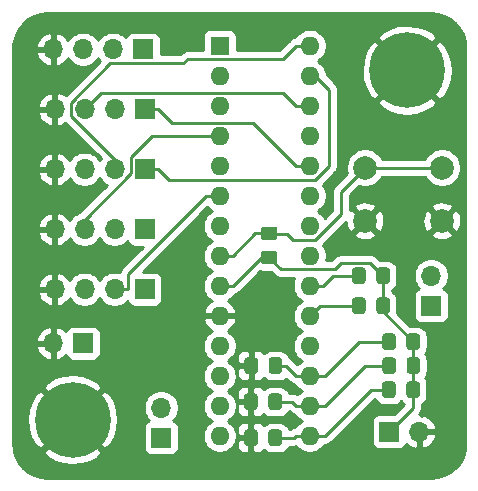
<source format=gbr>
%TF.GenerationSoftware,KiCad,Pcbnew,(5.1.6)-1*%
%TF.CreationDate,2020-09-17T22:35:37+02:00*%
%TF.ProjectId,gpioexpander4,6770696f-6578-4706-916e-646572342e6b,rev?*%
%TF.SameCoordinates,Original*%
%TF.FileFunction,Copper,L2,Bot*%
%TF.FilePolarity,Positive*%
%FSLAX46Y46*%
G04 Gerber Fmt 4.6, Leading zero omitted, Abs format (unit mm)*
G04 Created by KiCad (PCBNEW (5.1.6)-1) date 2020-09-17 22:35:37*
%MOMM*%
%LPD*%
G01*
G04 APERTURE LIST*
%TA.AperFunction,ComponentPad*%
%ADD10O,1.700000X1.700000*%
%TD*%
%TA.AperFunction,ComponentPad*%
%ADD11R,1.700000X1.700000*%
%TD*%
%TA.AperFunction,ComponentPad*%
%ADD12C,6.400000*%
%TD*%
%TA.AperFunction,ComponentPad*%
%ADD13C,2.000000*%
%TD*%
%TA.AperFunction,ComponentPad*%
%ADD14O,1.600000X1.600000*%
%TD*%
%TA.AperFunction,ComponentPad*%
%ADD15R,1.600000X1.600000*%
%TD*%
%TA.AperFunction,Conductor*%
%ADD16C,0.250000*%
%TD*%
%TA.AperFunction,Conductor*%
%ADD17C,0.254000*%
%TD*%
G04 APERTURE END LIST*
D10*
%TO.P,J9,2*%
%TO.N,GND*%
X109728000Y-76327000D03*
D11*
%TO.P,J9,1*%
%TO.N,/~RESET*%
X112268000Y-76327000D03*
%TD*%
D12*
%TO.P,H2,1*%
%TO.N,GND*%
X111379000Y-82804000D03*
%TD*%
%TO.P,H1,1*%
%TO.N,GND*%
X139700000Y-53213000D03*
%TD*%
D13*
%TO.P,SW1,1*%
%TO.N,/Action*%
X142644000Y-61468000D03*
%TO.P,SW1,2*%
%TO.N,GND*%
X142644000Y-65968000D03*
%TO.P,SW1,1*%
%TO.N,/Action*%
X136144000Y-61468000D03*
%TO.P,SW1,2*%
%TO.N,GND*%
X136144000Y-65968000D03*
%TD*%
D14*
%TO.P,U1,28*%
%TO.N,/P3_2*%
X131445000Y-51155000D03*
%TO.P,U1,14*%
%TO.N,N/C*%
X123825000Y-84175000D03*
%TO.P,U1,27*%
%TO.N,/P3_1*%
X131445000Y-53695000D03*
%TO.P,U1,13*%
%TO.N,/SDA*%
X123825000Y-81635000D03*
%TO.P,U1,26*%
%TO.N,/P2_3*%
X131445000Y-56235000D03*
%TO.P,U1,12*%
%TO.N,/SCK*%
X123825000Y-79095000D03*
%TO.P,U1,25*%
%TO.N,/P2_2*%
X131445000Y-58775000D03*
%TO.P,U1,11*%
%TO.N,N/C*%
X123825000Y-76555000D03*
%TO.P,U1,24*%
%TO.N,/P2_1*%
X131445000Y-61315000D03*
%TO.P,U1,10*%
%TO.N,GND*%
X123825000Y-74015000D03*
%TO.P,U1,23*%
%TO.N,/P1_3*%
X131445000Y-63855000D03*
%TO.P,U1,9*%
%TO.N,+3V3*%
X123825000Y-71475000D03*
%TO.P,U1,22*%
%TO.N,/P1_2*%
X131445000Y-66395000D03*
%TO.P,U1,8*%
%TO.N,/Action*%
X123825000Y-68935000D03*
%TO.P,U1,21*%
%TO.N,/P1_1*%
X131445000Y-68935000D03*
%TO.P,U1,7*%
%TO.N,/P5_3*%
X123825000Y-66395000D03*
%TO.P,U1,20*%
%TO.N,/INTA*%
X131445000Y-71475000D03*
%TO.P,U1,6*%
%TO.N,/P5_2*%
X123825000Y-63855000D03*
%TO.P,U1,19*%
%TO.N,/INTB*%
X131445000Y-74015000D03*
%TO.P,U1,5*%
%TO.N,/P5_1*%
X123825000Y-61315000D03*
%TO.P,U1,18*%
%TO.N,/~RESET*%
X131445000Y-76555000D03*
%TO.P,U1,4*%
%TO.N,/P4_3*%
X123825000Y-58775000D03*
%TO.P,U1,17*%
%TO.N,/A2*%
X131445000Y-79095000D03*
%TO.P,U1,3*%
%TO.N,/P4_2*%
X123825000Y-56235000D03*
%TO.P,U1,16*%
%TO.N,/A1*%
X131445000Y-81635000D03*
%TO.P,U1,2*%
%TO.N,/P4_1*%
X123825000Y-53695000D03*
%TO.P,U1,15*%
%TO.N,/A0*%
X131445000Y-84175000D03*
D15*
%TO.P,U1,1*%
%TO.N,/P3_3*%
X123825000Y-51155000D03*
%TD*%
%TO.P,R9,2*%
%TO.N,GND*%
%TA.AperFunction,SMDPad,CuDef*%
G36*
G01*
X127067000Y-77781999D02*
X127067000Y-78682001D01*
G75*
G02*
X126817001Y-78932000I-249999J0D01*
G01*
X126166999Y-78932000D01*
G75*
G02*
X125917000Y-78682001I0J249999D01*
G01*
X125917000Y-77781999D01*
G75*
G02*
X126166999Y-77532000I249999J0D01*
G01*
X126817001Y-77532000D01*
G75*
G02*
X127067000Y-77781999I0J-249999D01*
G01*
G37*
%TD.AperFunction*%
%TO.P,R9,1*%
%TO.N,/A2*%
%TA.AperFunction,SMDPad,CuDef*%
G36*
G01*
X129117000Y-77781999D02*
X129117000Y-78682001D01*
G75*
G02*
X128867001Y-78932000I-249999J0D01*
G01*
X128216999Y-78932000D01*
G75*
G02*
X127967000Y-78682001I0J249999D01*
G01*
X127967000Y-77781999D01*
G75*
G02*
X128216999Y-77532000I249999J0D01*
G01*
X128867001Y-77532000D01*
G75*
G02*
X129117000Y-77781999I0J-249999D01*
G01*
G37*
%TD.AperFunction*%
%TD*%
%TO.P,R8,2*%
%TO.N,/A2*%
%TA.AperFunction,SMDPad,CuDef*%
G36*
G01*
X138742000Y-75749999D02*
X138742000Y-76650001D01*
G75*
G02*
X138492001Y-76900000I-249999J0D01*
G01*
X137841999Y-76900000D01*
G75*
G02*
X137592000Y-76650001I0J249999D01*
G01*
X137592000Y-75749999D01*
G75*
G02*
X137841999Y-75500000I249999J0D01*
G01*
X138492001Y-75500000D01*
G75*
G02*
X138742000Y-75749999I0J-249999D01*
G01*
G37*
%TD.AperFunction*%
%TO.P,R8,1*%
%TO.N,+3V3*%
%TA.AperFunction,SMDPad,CuDef*%
G36*
G01*
X140792000Y-75749999D02*
X140792000Y-76650001D01*
G75*
G02*
X140542001Y-76900000I-249999J0D01*
G01*
X139891999Y-76900000D01*
G75*
G02*
X139642000Y-76650001I0J249999D01*
G01*
X139642000Y-75749999D01*
G75*
G02*
X139891999Y-75500000I249999J0D01*
G01*
X140542001Y-75500000D01*
G75*
G02*
X140792000Y-75749999I0J-249999D01*
G01*
G37*
%TD.AperFunction*%
%TD*%
%TO.P,R7,2*%
%TO.N,GND*%
%TA.AperFunction,SMDPad,CuDef*%
G36*
G01*
X127049000Y-80829999D02*
X127049000Y-81730001D01*
G75*
G02*
X126799001Y-81980000I-249999J0D01*
G01*
X126148999Y-81980000D01*
G75*
G02*
X125899000Y-81730001I0J249999D01*
G01*
X125899000Y-80829999D01*
G75*
G02*
X126148999Y-80580000I249999J0D01*
G01*
X126799001Y-80580000D01*
G75*
G02*
X127049000Y-80829999I0J-249999D01*
G01*
G37*
%TD.AperFunction*%
%TO.P,R7,1*%
%TO.N,/A1*%
%TA.AperFunction,SMDPad,CuDef*%
G36*
G01*
X129099000Y-80829999D02*
X129099000Y-81730001D01*
G75*
G02*
X128849001Y-81980000I-249999J0D01*
G01*
X128198999Y-81980000D01*
G75*
G02*
X127949000Y-81730001I0J249999D01*
G01*
X127949000Y-80829999D01*
G75*
G02*
X128198999Y-80580000I249999J0D01*
G01*
X128849001Y-80580000D01*
G75*
G02*
X129099000Y-80829999I0J-249999D01*
G01*
G37*
%TD.AperFunction*%
%TD*%
%TO.P,R6,2*%
%TO.N,/A1*%
%TA.AperFunction,SMDPad,CuDef*%
G36*
G01*
X138751000Y-77781999D02*
X138751000Y-78682001D01*
G75*
G02*
X138501001Y-78932000I-249999J0D01*
G01*
X137850999Y-78932000D01*
G75*
G02*
X137601000Y-78682001I0J249999D01*
G01*
X137601000Y-77781999D01*
G75*
G02*
X137850999Y-77532000I249999J0D01*
G01*
X138501001Y-77532000D01*
G75*
G02*
X138751000Y-77781999I0J-249999D01*
G01*
G37*
%TD.AperFunction*%
%TO.P,R6,1*%
%TO.N,+3V3*%
%TA.AperFunction,SMDPad,CuDef*%
G36*
G01*
X140801000Y-77781999D02*
X140801000Y-78682001D01*
G75*
G02*
X140551001Y-78932000I-249999J0D01*
G01*
X139900999Y-78932000D01*
G75*
G02*
X139651000Y-78682001I0J249999D01*
G01*
X139651000Y-77781999D01*
G75*
G02*
X139900999Y-77532000I249999J0D01*
G01*
X140551001Y-77532000D01*
G75*
G02*
X140801000Y-77781999I0J-249999D01*
G01*
G37*
%TD.AperFunction*%
%TD*%
%TO.P,R5,2*%
%TO.N,GND*%
%TA.AperFunction,SMDPad,CuDef*%
G36*
G01*
X127058000Y-83877999D02*
X127058000Y-84778001D01*
G75*
G02*
X126808001Y-85028000I-249999J0D01*
G01*
X126157999Y-85028000D01*
G75*
G02*
X125908000Y-84778001I0J249999D01*
G01*
X125908000Y-83877999D01*
G75*
G02*
X126157999Y-83628000I249999J0D01*
G01*
X126808001Y-83628000D01*
G75*
G02*
X127058000Y-83877999I0J-249999D01*
G01*
G37*
%TD.AperFunction*%
%TO.P,R5,1*%
%TO.N,/A0*%
%TA.AperFunction,SMDPad,CuDef*%
G36*
G01*
X129108000Y-83877999D02*
X129108000Y-84778001D01*
G75*
G02*
X128858001Y-85028000I-249999J0D01*
G01*
X128207999Y-85028000D01*
G75*
G02*
X127958000Y-84778001I0J249999D01*
G01*
X127958000Y-83877999D01*
G75*
G02*
X128207999Y-83628000I249999J0D01*
G01*
X128858001Y-83628000D01*
G75*
G02*
X129108000Y-83877999I0J-249999D01*
G01*
G37*
%TD.AperFunction*%
%TD*%
%TO.P,R4,2*%
%TO.N,/A0*%
%TA.AperFunction,SMDPad,CuDef*%
G36*
G01*
X138733000Y-79813999D02*
X138733000Y-80714001D01*
G75*
G02*
X138483001Y-80964000I-249999J0D01*
G01*
X137832999Y-80964000D01*
G75*
G02*
X137583000Y-80714001I0J249999D01*
G01*
X137583000Y-79813999D01*
G75*
G02*
X137832999Y-79564000I249999J0D01*
G01*
X138483001Y-79564000D01*
G75*
G02*
X138733000Y-79813999I0J-249999D01*
G01*
G37*
%TD.AperFunction*%
%TO.P,R4,1*%
%TO.N,+3V3*%
%TA.AperFunction,SMDPad,CuDef*%
G36*
G01*
X140783000Y-79813999D02*
X140783000Y-80714001D01*
G75*
G02*
X140533001Y-80964000I-249999J0D01*
G01*
X139882999Y-80964000D01*
G75*
G02*
X139633000Y-80714001I0J249999D01*
G01*
X139633000Y-79813999D01*
G75*
G02*
X139882999Y-79564000I249999J0D01*
G01*
X140533001Y-79564000D01*
G75*
G02*
X140783000Y-79813999I0J-249999D01*
G01*
G37*
%TD.AperFunction*%
%TD*%
%TO.P,R3,2*%
%TO.N,+3V3*%
%TA.AperFunction,SMDPad,CuDef*%
G36*
G01*
X137093000Y-73602001D02*
X137093000Y-72701999D01*
G75*
G02*
X137342999Y-72452000I249999J0D01*
G01*
X137993001Y-72452000D01*
G75*
G02*
X138243000Y-72701999I0J-249999D01*
G01*
X138243000Y-73602001D01*
G75*
G02*
X137993001Y-73852000I-249999J0D01*
G01*
X137342999Y-73852000D01*
G75*
G02*
X137093000Y-73602001I0J249999D01*
G01*
G37*
%TD.AperFunction*%
%TO.P,R3,1*%
%TO.N,/INTB*%
%TA.AperFunction,SMDPad,CuDef*%
G36*
G01*
X135043000Y-73602001D02*
X135043000Y-72701999D01*
G75*
G02*
X135292999Y-72452000I249999J0D01*
G01*
X135943001Y-72452000D01*
G75*
G02*
X136193000Y-72701999I0J-249999D01*
G01*
X136193000Y-73602001D01*
G75*
G02*
X135943001Y-73852000I-249999J0D01*
G01*
X135292999Y-73852000D01*
G75*
G02*
X135043000Y-73602001I0J249999D01*
G01*
G37*
%TD.AperFunction*%
%TD*%
%TO.P,R2,2*%
%TO.N,+3V3*%
%TA.AperFunction,SMDPad,CuDef*%
G36*
G01*
X137093000Y-71062001D02*
X137093000Y-70161999D01*
G75*
G02*
X137342999Y-69912000I249999J0D01*
G01*
X137993001Y-69912000D01*
G75*
G02*
X138243000Y-70161999I0J-249999D01*
G01*
X138243000Y-71062001D01*
G75*
G02*
X137993001Y-71312000I-249999J0D01*
G01*
X137342999Y-71312000D01*
G75*
G02*
X137093000Y-71062001I0J249999D01*
G01*
G37*
%TD.AperFunction*%
%TO.P,R2,1*%
%TO.N,/INTA*%
%TA.AperFunction,SMDPad,CuDef*%
G36*
G01*
X135043000Y-71062001D02*
X135043000Y-70161999D01*
G75*
G02*
X135292999Y-69912000I249999J0D01*
G01*
X135943001Y-69912000D01*
G75*
G02*
X136193000Y-70161999I0J-249999D01*
G01*
X136193000Y-71062001D01*
G75*
G02*
X135943001Y-71312000I-249999J0D01*
G01*
X135292999Y-71312000D01*
G75*
G02*
X135043000Y-71062001I0J249999D01*
G01*
G37*
%TD.AperFunction*%
%TD*%
%TO.P,R1,2*%
%TO.N,+3V3*%
%TA.AperFunction,SMDPad,CuDef*%
G36*
G01*
X127565999Y-68513000D02*
X128466001Y-68513000D01*
G75*
G02*
X128716000Y-68762999I0J-249999D01*
G01*
X128716000Y-69413001D01*
G75*
G02*
X128466001Y-69663000I-249999J0D01*
G01*
X127565999Y-69663000D01*
G75*
G02*
X127316000Y-69413001I0J249999D01*
G01*
X127316000Y-68762999D01*
G75*
G02*
X127565999Y-68513000I249999J0D01*
G01*
G37*
%TD.AperFunction*%
%TO.P,R1,1*%
%TO.N,/Action*%
%TA.AperFunction,SMDPad,CuDef*%
G36*
G01*
X127565999Y-66463000D02*
X128466001Y-66463000D01*
G75*
G02*
X128716000Y-66712999I0J-249999D01*
G01*
X128716000Y-67363001D01*
G75*
G02*
X128466001Y-67613000I-249999J0D01*
G01*
X127565999Y-67613000D01*
G75*
G02*
X127316000Y-67363001I0J249999D01*
G01*
X127316000Y-66712999D01*
G75*
G02*
X127565999Y-66463000I249999J0D01*
G01*
G37*
%TD.AperFunction*%
%TD*%
D10*
%TO.P,J8,2*%
%TO.N,/INTA*%
X141732000Y-70612000D03*
D11*
%TO.P,J8,1*%
%TO.N,/INTB*%
X141732000Y-73152000D03*
%TD*%
D10*
%TO.P,J7,4*%
%TO.N,GND*%
X109855000Y-71755000D03*
%TO.P,J7,3*%
%TO.N,/P5_3*%
X112395000Y-71755000D03*
%TO.P,J7,2*%
%TO.N,/P5_2*%
X114935000Y-71755000D03*
D11*
%TO.P,J7,1*%
%TO.N,/P5_1*%
X117475000Y-71755000D03*
%TD*%
D10*
%TO.P,J6,4*%
%TO.N,GND*%
X109855000Y-66675000D03*
%TO.P,J6,3*%
%TO.N,/P4_3*%
X112395000Y-66675000D03*
%TO.P,J6,2*%
%TO.N,/P4_2*%
X114935000Y-66675000D03*
D11*
%TO.P,J6,1*%
%TO.N,/P4_1*%
X117475000Y-66675000D03*
%TD*%
D10*
%TO.P,J5,4*%
%TO.N,GND*%
X109855000Y-61595000D03*
%TO.P,J5,3*%
%TO.N,/P3_3*%
X112395000Y-61595000D03*
%TO.P,J5,2*%
%TO.N,/P3_2*%
X114935000Y-61595000D03*
D11*
%TO.P,J5,1*%
%TO.N,/P3_1*%
X117475000Y-61595000D03*
%TD*%
D10*
%TO.P,J4,4*%
%TO.N,GND*%
X109855000Y-56515000D03*
%TO.P,J4,3*%
%TO.N,/P2_3*%
X112395000Y-56515000D03*
%TO.P,J4,2*%
%TO.N,/P2_2*%
X114935000Y-56515000D03*
D11*
%TO.P,J4,1*%
%TO.N,/P2_1*%
X117475000Y-56515000D03*
%TD*%
D10*
%TO.P,J3,4*%
%TO.N,GND*%
X109728000Y-51435000D03*
%TO.P,J3,3*%
%TO.N,/P1_3*%
X112268000Y-51435000D03*
%TO.P,J3,2*%
%TO.N,/P1_2*%
X114808000Y-51435000D03*
D11*
%TO.P,J3,1*%
%TO.N,/P1_1*%
X117348000Y-51435000D03*
%TD*%
D10*
%TO.P,J2,2*%
%TO.N,/SCK*%
X118872000Y-81788000D03*
D11*
%TO.P,J2,1*%
%TO.N,/SDA*%
X118872000Y-84328000D03*
%TD*%
D10*
%TO.P,J1,2*%
%TO.N,GND*%
X140716000Y-83820000D03*
D11*
%TO.P,J1,1*%
%TO.N,+3V3*%
X138176000Y-83820000D03*
%TD*%
D16*
%TO.N,+3V3*%
X123825000Y-71475000D02*
X124950300Y-71475000D01*
X124950300Y-71475000D02*
X127337300Y-69088000D01*
X127337300Y-69088000D02*
X128016000Y-69088000D01*
X128016000Y-69088000D02*
X128991100Y-70063100D01*
X128991100Y-70063100D02*
X130291400Y-70063100D01*
X133591400Y-70063100D02*
X134119600Y-69534900D01*
X136590900Y-69534900D02*
X137668000Y-70612000D01*
X137668000Y-70612000D02*
X137668000Y-73152000D01*
X134119600Y-69534900D02*
X136590900Y-69534900D01*
X130291400Y-70063100D02*
X133591400Y-70063100D01*
X137668000Y-73651000D02*
X140217000Y-76200000D01*
X137668000Y-73152000D02*
X137668000Y-73651000D01*
X140217000Y-78223000D02*
X140226000Y-78232000D01*
X140217000Y-76200000D02*
X140217000Y-78223000D01*
X140208000Y-80264000D02*
X140208000Y-78250000D01*
X140208000Y-78250000D02*
X140226000Y-78232000D01*
X140208000Y-80264000D02*
X140208000Y-81788000D01*
%TO.N,GND*%
X140208000Y-84328000D02*
X140217000Y-84319000D01*
%TO.N,+3V3*%
X140208000Y-81788000D02*
X138176000Y-83820000D01*
%TO.N,/Action*%
X124950300Y-68935000D02*
X126847300Y-67038000D01*
X126847300Y-67038000D02*
X128016000Y-67038000D01*
X123825000Y-68935000D02*
X124950300Y-68935000D01*
X136144000Y-61468000D02*
X142644000Y-61468000D01*
X134112000Y-65393002D02*
X134112000Y-63500000D01*
X128016000Y-67038000D02*
X128034000Y-67056000D01*
X134112000Y-63500000D02*
X136144000Y-61468000D01*
X131941002Y-67564000D02*
X134112000Y-65393002D01*
X129540000Y-67056000D02*
X130048000Y-67564000D01*
X128034000Y-67056000D02*
X129540000Y-67056000D01*
X130048000Y-67564000D02*
X131941002Y-67564000D01*
%TO.N,/A0*%
X128533000Y-84328000D02*
X130166700Y-84328000D01*
X131445000Y-84175000D02*
X130319700Y-84175000D01*
X130166700Y-84328000D02*
X130319700Y-84175000D01*
X132741000Y-84175000D02*
X136652000Y-80264000D01*
X136652000Y-80264000D02*
X138158000Y-80264000D01*
X131445000Y-84175000D02*
X132741000Y-84175000D01*
%TO.N,/A1*%
X131445000Y-81635000D02*
X130319700Y-81635000D01*
X129964700Y-81280000D02*
X130319700Y-81635000D01*
X128524000Y-81280000D02*
X129964700Y-81280000D01*
X136144000Y-78232000D02*
X138176000Y-78232000D01*
X132741000Y-81635000D02*
X136144000Y-78232000D01*
X131445000Y-81635000D02*
X132741000Y-81635000D01*
%TO.N,/A2*%
X132741000Y-79095000D02*
X135636000Y-76200000D01*
X131445000Y-79095000D02*
X132741000Y-79095000D01*
X135636000Y-76200000D02*
X138167000Y-76200000D01*
X129456700Y-78232000D02*
X130319700Y-79095000D01*
X131445000Y-79095000D02*
X130319700Y-79095000D01*
X128542000Y-78232000D02*
X129456700Y-78232000D01*
%TO.N,/P2_3*%
X130319700Y-56235000D02*
X131445000Y-56235000D01*
X112395000Y-56515000D02*
X113800300Y-55109700D01*
X129194400Y-55109700D02*
X130319700Y-56235000D01*
X113800300Y-55109700D02*
X129194400Y-55109700D01*
%TO.N,/P2_1*%
X131445000Y-61315000D02*
X130319700Y-61315000D01*
X117475000Y-56515000D02*
X118650300Y-56515000D01*
X118650300Y-56515000D02*
X119785000Y-57649700D01*
X119785000Y-57649700D02*
X126654400Y-57649700D01*
X126654400Y-57649700D02*
X130319700Y-61315000D01*
%TO.N,/P3_2*%
X130319700Y-51155000D02*
X131445000Y-51155000D01*
X129194400Y-52280300D02*
X130319700Y-51155000D01*
X121113100Y-52280300D02*
X129194400Y-52280300D01*
X120752100Y-52641300D02*
X121113100Y-52280300D01*
X114935000Y-60787000D02*
X111219400Y-57071400D01*
X114935000Y-61595000D02*
X114935000Y-60787000D01*
X111219400Y-56000500D02*
X114578600Y-52641300D01*
X111219400Y-57071400D02*
X111219400Y-56000500D01*
X114578600Y-52641300D02*
X120752100Y-52641300D01*
%TO.N,/P3_1*%
X131927000Y-53695000D02*
X131445000Y-53695000D01*
X133096000Y-54864000D02*
X131927000Y-53695000D01*
X118650300Y-61595000D02*
X119531800Y-62476500D01*
X117475000Y-61595000D02*
X118650300Y-61595000D01*
X119531800Y-62476500D02*
X131927700Y-62476500D01*
X131927700Y-62476500D02*
X133096000Y-61308200D01*
X133096000Y-61308200D02*
X133096000Y-54864000D01*
%TO.N,/P4_3*%
X116299600Y-60592800D02*
X118117400Y-58775000D01*
X116299600Y-61962400D02*
X116299600Y-60592800D01*
X118117400Y-58775000D02*
X123825000Y-58775000D01*
X112395000Y-66675000D02*
X112395000Y-65867000D01*
X112395000Y-65867000D02*
X116299600Y-61962400D01*
%TO.N,/P5_2*%
X123825000Y-63855000D02*
X122699700Y-63855000D01*
X114935000Y-71755000D02*
X116110300Y-71755000D01*
X116110300Y-71755000D02*
X116110300Y-70444400D01*
X116110300Y-70444400D02*
X122699700Y-63855000D01*
%TO.N,/INTA*%
X132570300Y-71475000D02*
X133433300Y-70612000D01*
X133433300Y-70612000D02*
X135618000Y-70612000D01*
X131445000Y-71475000D02*
X132570300Y-71475000D01*
%TO.N,/INTB*%
X132308000Y-73152000D02*
X131445000Y-74015000D01*
X135618000Y-73152000D02*
X132308000Y-73152000D01*
%TD*%
D17*
%TO.N,GND*%
G36*
X142293886Y-48470258D02*
G01*
X142834376Y-48633442D01*
X143332867Y-48898494D01*
X143770388Y-49255326D01*
X144130271Y-49690350D01*
X144398799Y-50186983D01*
X144565749Y-50726315D01*
X144628000Y-51318596D01*
X144628001Y-84803712D01*
X144569742Y-85397886D01*
X144406559Y-85938374D01*
X144141506Y-86436867D01*
X143784669Y-86874393D01*
X143349653Y-87234269D01*
X142853019Y-87502798D01*
X142313690Y-87669749D01*
X141721404Y-87732000D01*
X109252278Y-87732000D01*
X108658114Y-87673742D01*
X108117626Y-87510559D01*
X107619133Y-87245506D01*
X107181607Y-86888669D01*
X106821731Y-86453653D01*
X106553202Y-85957019D01*
X106413242Y-85504881D01*
X108857724Y-85504881D01*
X109217912Y-85994548D01*
X109881882Y-86354849D01*
X110603385Y-86578694D01*
X111354695Y-86657480D01*
X112106938Y-86588178D01*
X112831208Y-86373452D01*
X113499670Y-86021555D01*
X113540088Y-85994548D01*
X113900276Y-85504881D01*
X111379000Y-82983605D01*
X108857724Y-85504881D01*
X106413242Y-85504881D01*
X106386251Y-85417690D01*
X106324000Y-84825404D01*
X106324000Y-82779695D01*
X107525520Y-82779695D01*
X107594822Y-83531938D01*
X107809548Y-84256208D01*
X108161445Y-84924670D01*
X108188452Y-84965088D01*
X108678119Y-85325276D01*
X111199395Y-82804000D01*
X111558605Y-82804000D01*
X114079881Y-85325276D01*
X114569548Y-84965088D01*
X114929849Y-84301118D01*
X115153694Y-83579615D01*
X115164349Y-83478000D01*
X117383928Y-83478000D01*
X117383928Y-85178000D01*
X117396188Y-85302482D01*
X117432498Y-85422180D01*
X117491463Y-85532494D01*
X117570815Y-85629185D01*
X117667506Y-85708537D01*
X117777820Y-85767502D01*
X117897518Y-85803812D01*
X118022000Y-85816072D01*
X119722000Y-85816072D01*
X119846482Y-85803812D01*
X119966180Y-85767502D01*
X120076494Y-85708537D01*
X120173185Y-85629185D01*
X120252537Y-85532494D01*
X120311502Y-85422180D01*
X120347812Y-85302482D01*
X120360072Y-85178000D01*
X120360072Y-83478000D01*
X120347812Y-83353518D01*
X120311502Y-83233820D01*
X120252537Y-83123506D01*
X120173185Y-83026815D01*
X120076494Y-82947463D01*
X119966180Y-82888498D01*
X119893620Y-82866487D01*
X120025475Y-82734632D01*
X120187990Y-82491411D01*
X120299932Y-82221158D01*
X120357000Y-81934260D01*
X120357000Y-81641740D01*
X120299932Y-81354842D01*
X120187990Y-81084589D01*
X120025475Y-80841368D01*
X119818632Y-80634525D01*
X119575411Y-80472010D01*
X119305158Y-80360068D01*
X119018260Y-80303000D01*
X118725740Y-80303000D01*
X118438842Y-80360068D01*
X118168589Y-80472010D01*
X117925368Y-80634525D01*
X117718525Y-80841368D01*
X117556010Y-81084589D01*
X117444068Y-81354842D01*
X117387000Y-81641740D01*
X117387000Y-81934260D01*
X117444068Y-82221158D01*
X117556010Y-82491411D01*
X117718525Y-82734632D01*
X117850380Y-82866487D01*
X117777820Y-82888498D01*
X117667506Y-82947463D01*
X117570815Y-83026815D01*
X117491463Y-83123506D01*
X117432498Y-83233820D01*
X117396188Y-83353518D01*
X117383928Y-83478000D01*
X115164349Y-83478000D01*
X115232480Y-82828305D01*
X115163178Y-82076062D01*
X114948452Y-81351792D01*
X114596555Y-80683330D01*
X114569548Y-80642912D01*
X114079881Y-80282724D01*
X111558605Y-82804000D01*
X111199395Y-82804000D01*
X108678119Y-80282724D01*
X108188452Y-80642912D01*
X107828151Y-81306882D01*
X107604306Y-82028385D01*
X107525520Y-82779695D01*
X106324000Y-82779695D01*
X106324000Y-80103119D01*
X108857724Y-80103119D01*
X111379000Y-82624395D01*
X113900276Y-80103119D01*
X113540088Y-79613452D01*
X112876118Y-79253151D01*
X112154615Y-79029306D01*
X111403305Y-78950520D01*
X110651062Y-79019822D01*
X109926792Y-79234548D01*
X109258330Y-79586445D01*
X109217912Y-79613452D01*
X108857724Y-80103119D01*
X106324000Y-80103119D01*
X106324000Y-76683891D01*
X108286519Y-76683891D01*
X108383843Y-76958252D01*
X108532822Y-77208355D01*
X108727731Y-77424588D01*
X108961080Y-77598641D01*
X109223901Y-77723825D01*
X109371110Y-77768476D01*
X109601000Y-77647155D01*
X109601000Y-76454000D01*
X108407186Y-76454000D01*
X108286519Y-76683891D01*
X106324000Y-76683891D01*
X106324000Y-75970109D01*
X108286519Y-75970109D01*
X108407186Y-76200000D01*
X109601000Y-76200000D01*
X109601000Y-75006845D01*
X109855000Y-75006845D01*
X109855000Y-76200000D01*
X109875000Y-76200000D01*
X109875000Y-76454000D01*
X109855000Y-76454000D01*
X109855000Y-77647155D01*
X110084890Y-77768476D01*
X110232099Y-77723825D01*
X110494920Y-77598641D01*
X110728269Y-77424588D01*
X110804034Y-77340534D01*
X110828498Y-77421180D01*
X110887463Y-77531494D01*
X110966815Y-77628185D01*
X111063506Y-77707537D01*
X111173820Y-77766502D01*
X111293518Y-77802812D01*
X111418000Y-77815072D01*
X113118000Y-77815072D01*
X113242482Y-77802812D01*
X113362180Y-77766502D01*
X113472494Y-77707537D01*
X113569185Y-77628185D01*
X113648537Y-77531494D01*
X113707502Y-77421180D01*
X113743812Y-77301482D01*
X113756072Y-77177000D01*
X113756072Y-76413665D01*
X122390000Y-76413665D01*
X122390000Y-76696335D01*
X122445147Y-76973574D01*
X122553320Y-77234727D01*
X122710363Y-77469759D01*
X122910241Y-77669637D01*
X123142759Y-77825000D01*
X122910241Y-77980363D01*
X122710363Y-78180241D01*
X122553320Y-78415273D01*
X122445147Y-78676426D01*
X122390000Y-78953665D01*
X122390000Y-79236335D01*
X122445147Y-79513574D01*
X122553320Y-79774727D01*
X122710363Y-80009759D01*
X122910241Y-80209637D01*
X123142759Y-80365000D01*
X122910241Y-80520363D01*
X122710363Y-80720241D01*
X122553320Y-80955273D01*
X122445147Y-81216426D01*
X122390000Y-81493665D01*
X122390000Y-81776335D01*
X122445147Y-82053574D01*
X122553320Y-82314727D01*
X122710363Y-82549759D01*
X122910241Y-82749637D01*
X123142759Y-82905000D01*
X122910241Y-83060363D01*
X122710363Y-83260241D01*
X122553320Y-83495273D01*
X122445147Y-83756426D01*
X122390000Y-84033665D01*
X122390000Y-84316335D01*
X122445147Y-84593574D01*
X122553320Y-84854727D01*
X122710363Y-85089759D01*
X122910241Y-85289637D01*
X123145273Y-85446680D01*
X123406426Y-85554853D01*
X123683665Y-85610000D01*
X123966335Y-85610000D01*
X124243574Y-85554853D01*
X124504727Y-85446680D01*
X124739759Y-85289637D01*
X124939637Y-85089759D01*
X124980902Y-85028000D01*
X125269928Y-85028000D01*
X125282188Y-85152482D01*
X125318498Y-85272180D01*
X125377463Y-85382494D01*
X125456815Y-85479185D01*
X125553506Y-85558537D01*
X125663820Y-85617502D01*
X125783518Y-85653812D01*
X125908000Y-85666072D01*
X126197250Y-85663000D01*
X126356000Y-85504250D01*
X126356000Y-84455000D01*
X125431750Y-84455000D01*
X125273000Y-84613750D01*
X125269928Y-85028000D01*
X124980902Y-85028000D01*
X125096680Y-84854727D01*
X125204853Y-84593574D01*
X125260000Y-84316335D01*
X125260000Y-84033665D01*
X125204853Y-83756426D01*
X125151658Y-83628000D01*
X125269928Y-83628000D01*
X125273000Y-84042250D01*
X125431750Y-84201000D01*
X126356000Y-84201000D01*
X126356000Y-83151750D01*
X126197250Y-82993000D01*
X125908000Y-82989928D01*
X125783518Y-83002188D01*
X125663820Y-83038498D01*
X125553506Y-83097463D01*
X125456815Y-83176815D01*
X125377463Y-83273506D01*
X125318498Y-83383820D01*
X125282188Y-83503518D01*
X125269928Y-83628000D01*
X125151658Y-83628000D01*
X125096680Y-83495273D01*
X124939637Y-83260241D01*
X124739759Y-83060363D01*
X124507241Y-82905000D01*
X124739759Y-82749637D01*
X124939637Y-82549759D01*
X125096680Y-82314727D01*
X125204853Y-82053574D01*
X125219487Y-81980000D01*
X125260928Y-81980000D01*
X125273188Y-82104482D01*
X125309498Y-82224180D01*
X125368463Y-82334494D01*
X125447815Y-82431185D01*
X125544506Y-82510537D01*
X125654820Y-82569502D01*
X125774518Y-82605812D01*
X125899000Y-82618072D01*
X126188250Y-82615000D01*
X126347000Y-82456250D01*
X126347000Y-81407000D01*
X125422750Y-81407000D01*
X125264000Y-81565750D01*
X125260928Y-81980000D01*
X125219487Y-81980000D01*
X125260000Y-81776335D01*
X125260000Y-81493665D01*
X125204853Y-81216426D01*
X125096680Y-80955273D01*
X124939637Y-80720241D01*
X124799396Y-80580000D01*
X125260928Y-80580000D01*
X125264000Y-80994250D01*
X125422750Y-81153000D01*
X126347000Y-81153000D01*
X126347000Y-80103750D01*
X126188250Y-79945000D01*
X125899000Y-79941928D01*
X125774518Y-79954188D01*
X125654820Y-79990498D01*
X125544506Y-80049463D01*
X125447815Y-80128815D01*
X125368463Y-80225506D01*
X125309498Y-80335820D01*
X125273188Y-80455518D01*
X125260928Y-80580000D01*
X124799396Y-80580000D01*
X124739759Y-80520363D01*
X124507241Y-80365000D01*
X124739759Y-80209637D01*
X124939637Y-80009759D01*
X125096680Y-79774727D01*
X125204853Y-79513574D01*
X125260000Y-79236335D01*
X125260000Y-78953665D01*
X125255691Y-78932000D01*
X125278928Y-78932000D01*
X125291188Y-79056482D01*
X125327498Y-79176180D01*
X125386463Y-79286494D01*
X125465815Y-79383185D01*
X125562506Y-79462537D01*
X125672820Y-79521502D01*
X125792518Y-79557812D01*
X125917000Y-79570072D01*
X126206250Y-79567000D01*
X126365000Y-79408250D01*
X126365000Y-78359000D01*
X125440750Y-78359000D01*
X125282000Y-78517750D01*
X125278928Y-78932000D01*
X125255691Y-78932000D01*
X125204853Y-78676426D01*
X125096680Y-78415273D01*
X124939637Y-78180241D01*
X124739759Y-77980363D01*
X124507241Y-77825000D01*
X124739759Y-77669637D01*
X124877396Y-77532000D01*
X125278928Y-77532000D01*
X125282000Y-77946250D01*
X125440750Y-78105000D01*
X126365000Y-78105000D01*
X126365000Y-77055750D01*
X126206250Y-76897000D01*
X125917000Y-76893928D01*
X125792518Y-76906188D01*
X125672820Y-76942498D01*
X125562506Y-77001463D01*
X125465815Y-77080815D01*
X125386463Y-77177506D01*
X125327498Y-77287820D01*
X125291188Y-77407518D01*
X125278928Y-77532000D01*
X124877396Y-77532000D01*
X124939637Y-77469759D01*
X125096680Y-77234727D01*
X125204853Y-76973574D01*
X125260000Y-76696335D01*
X125260000Y-76413665D01*
X125204853Y-76136426D01*
X125096680Y-75875273D01*
X124939637Y-75640241D01*
X124739759Y-75440363D01*
X124504727Y-75283320D01*
X124494135Y-75278933D01*
X124680131Y-75167385D01*
X124888519Y-74978414D01*
X125056037Y-74752420D01*
X125176246Y-74498087D01*
X125216904Y-74364039D01*
X125094915Y-74142000D01*
X123952000Y-74142000D01*
X123952000Y-74162000D01*
X123698000Y-74162000D01*
X123698000Y-74142000D01*
X122555085Y-74142000D01*
X122433096Y-74364039D01*
X122473754Y-74498087D01*
X122593963Y-74752420D01*
X122761481Y-74978414D01*
X122969869Y-75167385D01*
X123155865Y-75278933D01*
X123145273Y-75283320D01*
X122910241Y-75440363D01*
X122710363Y-75640241D01*
X122553320Y-75875273D01*
X122445147Y-76136426D01*
X122390000Y-76413665D01*
X113756072Y-76413665D01*
X113756072Y-75477000D01*
X113743812Y-75352518D01*
X113707502Y-75232820D01*
X113648537Y-75122506D01*
X113569185Y-75025815D01*
X113472494Y-74946463D01*
X113362180Y-74887498D01*
X113242482Y-74851188D01*
X113118000Y-74838928D01*
X111418000Y-74838928D01*
X111293518Y-74851188D01*
X111173820Y-74887498D01*
X111063506Y-74946463D01*
X110966815Y-75025815D01*
X110887463Y-75122506D01*
X110828498Y-75232820D01*
X110804034Y-75313466D01*
X110728269Y-75229412D01*
X110494920Y-75055359D01*
X110232099Y-74930175D01*
X110084890Y-74885524D01*
X109855000Y-75006845D01*
X109601000Y-75006845D01*
X109371110Y-74885524D01*
X109223901Y-74930175D01*
X108961080Y-75055359D01*
X108727731Y-75229412D01*
X108532822Y-75445645D01*
X108383843Y-75695748D01*
X108286519Y-75970109D01*
X106324000Y-75970109D01*
X106324000Y-72111891D01*
X108413519Y-72111891D01*
X108510843Y-72386252D01*
X108659822Y-72636355D01*
X108854731Y-72852588D01*
X109088080Y-73026641D01*
X109350901Y-73151825D01*
X109498110Y-73196476D01*
X109728000Y-73075155D01*
X109728000Y-71882000D01*
X108534186Y-71882000D01*
X108413519Y-72111891D01*
X106324000Y-72111891D01*
X106324000Y-71398109D01*
X108413519Y-71398109D01*
X108534186Y-71628000D01*
X109728000Y-71628000D01*
X109728000Y-70434845D01*
X109498110Y-70313524D01*
X109350901Y-70358175D01*
X109088080Y-70483359D01*
X108854731Y-70657412D01*
X108659822Y-70873645D01*
X108510843Y-71123748D01*
X108413519Y-71398109D01*
X106324000Y-71398109D01*
X106324000Y-67031891D01*
X108413519Y-67031891D01*
X108510843Y-67306252D01*
X108659822Y-67556355D01*
X108854731Y-67772588D01*
X109088080Y-67946641D01*
X109350901Y-68071825D01*
X109498110Y-68116476D01*
X109728000Y-67995155D01*
X109728000Y-66802000D01*
X108534186Y-66802000D01*
X108413519Y-67031891D01*
X106324000Y-67031891D01*
X106324000Y-66318109D01*
X108413519Y-66318109D01*
X108534186Y-66548000D01*
X109728000Y-66548000D01*
X109728000Y-65354845D01*
X109498110Y-65233524D01*
X109350901Y-65278175D01*
X109088080Y-65403359D01*
X108854731Y-65577412D01*
X108659822Y-65793645D01*
X108510843Y-66043748D01*
X108413519Y-66318109D01*
X106324000Y-66318109D01*
X106324000Y-61951891D01*
X108413519Y-61951891D01*
X108510843Y-62226252D01*
X108659822Y-62476355D01*
X108854731Y-62692588D01*
X109088080Y-62866641D01*
X109350901Y-62991825D01*
X109498110Y-63036476D01*
X109728000Y-62915155D01*
X109728000Y-61722000D01*
X108534186Y-61722000D01*
X108413519Y-61951891D01*
X106324000Y-61951891D01*
X106324000Y-61238109D01*
X108413519Y-61238109D01*
X108534186Y-61468000D01*
X109728000Y-61468000D01*
X109728000Y-60274845D01*
X109498110Y-60153524D01*
X109350901Y-60198175D01*
X109088080Y-60323359D01*
X108854731Y-60497412D01*
X108659822Y-60713645D01*
X108510843Y-60963748D01*
X108413519Y-61238109D01*
X106324000Y-61238109D01*
X106324000Y-56871891D01*
X108413519Y-56871891D01*
X108510843Y-57146252D01*
X108659822Y-57396355D01*
X108854731Y-57612588D01*
X109088080Y-57786641D01*
X109350901Y-57911825D01*
X109498110Y-57956476D01*
X109728000Y-57835155D01*
X109728000Y-56642000D01*
X108534186Y-56642000D01*
X108413519Y-56871891D01*
X106324000Y-56871891D01*
X106324000Y-56158109D01*
X108413519Y-56158109D01*
X108534186Y-56388000D01*
X109728000Y-56388000D01*
X109728000Y-55194845D01*
X109498110Y-55073524D01*
X109350901Y-55118175D01*
X109088080Y-55243359D01*
X108854731Y-55417412D01*
X108659822Y-55633645D01*
X108510843Y-55883748D01*
X108413519Y-56158109D01*
X106324000Y-56158109D01*
X106324000Y-51791891D01*
X108286519Y-51791891D01*
X108383843Y-52066252D01*
X108532822Y-52316355D01*
X108727731Y-52532588D01*
X108961080Y-52706641D01*
X109223901Y-52831825D01*
X109371110Y-52876476D01*
X109601000Y-52755155D01*
X109601000Y-51562000D01*
X108407186Y-51562000D01*
X108286519Y-51791891D01*
X106324000Y-51791891D01*
X106324000Y-51340278D01*
X106349705Y-51078109D01*
X108286519Y-51078109D01*
X108407186Y-51308000D01*
X109601000Y-51308000D01*
X109601000Y-50114845D01*
X109855000Y-50114845D01*
X109855000Y-51308000D01*
X109875000Y-51308000D01*
X109875000Y-51562000D01*
X109855000Y-51562000D01*
X109855000Y-52755155D01*
X110084890Y-52876476D01*
X110232099Y-52831825D01*
X110494920Y-52706641D01*
X110728269Y-52532588D01*
X110923178Y-52316355D01*
X110992805Y-52199466D01*
X111114525Y-52381632D01*
X111321368Y-52588475D01*
X111564589Y-52750990D01*
X111834842Y-52862932D01*
X112121740Y-52920000D01*
X112414260Y-52920000D01*
X112701158Y-52862932D01*
X112971411Y-52750990D01*
X113214632Y-52588475D01*
X113421475Y-52381632D01*
X113538000Y-52207240D01*
X113654525Y-52381632D01*
X113708996Y-52436103D01*
X110782193Y-55362906D01*
X110621920Y-55243359D01*
X110359099Y-55118175D01*
X110211890Y-55073524D01*
X109982000Y-55194845D01*
X109982000Y-56388000D01*
X110002000Y-56388000D01*
X110002000Y-56642000D01*
X109982000Y-56642000D01*
X109982000Y-57835155D01*
X110211890Y-57956476D01*
X110359099Y-57911825D01*
X110621920Y-57786641D01*
X110758194Y-57684995D01*
X113757509Y-60684311D01*
X113665000Y-60822760D01*
X113548475Y-60648368D01*
X113341632Y-60441525D01*
X113098411Y-60279010D01*
X112828158Y-60167068D01*
X112541260Y-60110000D01*
X112248740Y-60110000D01*
X111961842Y-60167068D01*
X111691589Y-60279010D01*
X111448368Y-60441525D01*
X111241525Y-60648368D01*
X111119805Y-60830534D01*
X111050178Y-60713645D01*
X110855269Y-60497412D01*
X110621920Y-60323359D01*
X110359099Y-60198175D01*
X110211890Y-60153524D01*
X109982000Y-60274845D01*
X109982000Y-61468000D01*
X110002000Y-61468000D01*
X110002000Y-61722000D01*
X109982000Y-61722000D01*
X109982000Y-62915155D01*
X110211890Y-63036476D01*
X110359099Y-62991825D01*
X110621920Y-62866641D01*
X110855269Y-62692588D01*
X111050178Y-62476355D01*
X111119805Y-62359466D01*
X111241525Y-62541632D01*
X111448368Y-62748475D01*
X111691589Y-62910990D01*
X111961842Y-63022932D01*
X112248740Y-63080000D01*
X112541260Y-63080000D01*
X112828158Y-63022932D01*
X113098411Y-62910990D01*
X113341632Y-62748475D01*
X113548475Y-62541632D01*
X113665000Y-62367240D01*
X113781525Y-62541632D01*
X113988368Y-62748475D01*
X114231589Y-62910990D01*
X114263140Y-62924059D01*
X111924779Y-65262420D01*
X111691589Y-65359010D01*
X111448368Y-65521525D01*
X111241525Y-65728368D01*
X111119805Y-65910534D01*
X111050178Y-65793645D01*
X110855269Y-65577412D01*
X110621920Y-65403359D01*
X110359099Y-65278175D01*
X110211890Y-65233524D01*
X109982000Y-65354845D01*
X109982000Y-66548000D01*
X110002000Y-66548000D01*
X110002000Y-66802000D01*
X109982000Y-66802000D01*
X109982000Y-67995155D01*
X110211890Y-68116476D01*
X110359099Y-68071825D01*
X110621920Y-67946641D01*
X110855269Y-67772588D01*
X111050178Y-67556355D01*
X111119805Y-67439466D01*
X111241525Y-67621632D01*
X111448368Y-67828475D01*
X111691589Y-67990990D01*
X111961842Y-68102932D01*
X112248740Y-68160000D01*
X112541260Y-68160000D01*
X112828158Y-68102932D01*
X113098411Y-67990990D01*
X113341632Y-67828475D01*
X113548475Y-67621632D01*
X113665000Y-67447240D01*
X113781525Y-67621632D01*
X113988368Y-67828475D01*
X114231589Y-67990990D01*
X114501842Y-68102932D01*
X114788740Y-68160000D01*
X115081260Y-68160000D01*
X115368158Y-68102932D01*
X115638411Y-67990990D01*
X115881632Y-67828475D01*
X116013487Y-67696620D01*
X116035498Y-67769180D01*
X116094463Y-67879494D01*
X116173815Y-67976185D01*
X116270506Y-68055537D01*
X116380820Y-68114502D01*
X116500518Y-68150812D01*
X116625000Y-68163072D01*
X117316827Y-68163072D01*
X115599298Y-69880601D01*
X115570300Y-69904399D01*
X115546502Y-69933397D01*
X115546501Y-69933398D01*
X115475326Y-70020124D01*
X115404754Y-70152154D01*
X115361298Y-70295415D01*
X115358372Y-70325121D01*
X115081260Y-70270000D01*
X114788740Y-70270000D01*
X114501842Y-70327068D01*
X114231589Y-70439010D01*
X113988368Y-70601525D01*
X113781525Y-70808368D01*
X113665000Y-70982760D01*
X113548475Y-70808368D01*
X113341632Y-70601525D01*
X113098411Y-70439010D01*
X112828158Y-70327068D01*
X112541260Y-70270000D01*
X112248740Y-70270000D01*
X111961842Y-70327068D01*
X111691589Y-70439010D01*
X111448368Y-70601525D01*
X111241525Y-70808368D01*
X111119805Y-70990534D01*
X111050178Y-70873645D01*
X110855269Y-70657412D01*
X110621920Y-70483359D01*
X110359099Y-70358175D01*
X110211890Y-70313524D01*
X109982000Y-70434845D01*
X109982000Y-71628000D01*
X110002000Y-71628000D01*
X110002000Y-71882000D01*
X109982000Y-71882000D01*
X109982000Y-73075155D01*
X110211890Y-73196476D01*
X110359099Y-73151825D01*
X110621920Y-73026641D01*
X110855269Y-72852588D01*
X111050178Y-72636355D01*
X111119805Y-72519466D01*
X111241525Y-72701632D01*
X111448368Y-72908475D01*
X111691589Y-73070990D01*
X111961842Y-73182932D01*
X112248740Y-73240000D01*
X112541260Y-73240000D01*
X112828158Y-73182932D01*
X113098411Y-73070990D01*
X113341632Y-72908475D01*
X113548475Y-72701632D01*
X113665000Y-72527240D01*
X113781525Y-72701632D01*
X113988368Y-72908475D01*
X114231589Y-73070990D01*
X114501842Y-73182932D01*
X114788740Y-73240000D01*
X115081260Y-73240000D01*
X115368158Y-73182932D01*
X115638411Y-73070990D01*
X115881632Y-72908475D01*
X116013487Y-72776620D01*
X116035498Y-72849180D01*
X116094463Y-72959494D01*
X116173815Y-73056185D01*
X116270506Y-73135537D01*
X116380820Y-73194502D01*
X116500518Y-73230812D01*
X116625000Y-73243072D01*
X118325000Y-73243072D01*
X118449482Y-73230812D01*
X118569180Y-73194502D01*
X118679494Y-73135537D01*
X118776185Y-73056185D01*
X118855537Y-72959494D01*
X118914502Y-72849180D01*
X118950812Y-72729482D01*
X118963072Y-72605000D01*
X118963072Y-70905000D01*
X118950812Y-70780518D01*
X118914502Y-70660820D01*
X118855537Y-70550506D01*
X118776185Y-70453815D01*
X118679494Y-70374463D01*
X118569180Y-70315498D01*
X118449482Y-70279188D01*
X118325000Y-70266928D01*
X117362573Y-70266928D01*
X122785053Y-64844449D01*
X122910241Y-64969637D01*
X123142759Y-65125000D01*
X122910241Y-65280363D01*
X122710363Y-65480241D01*
X122553320Y-65715273D01*
X122445147Y-65976426D01*
X122390000Y-66253665D01*
X122390000Y-66536335D01*
X122445147Y-66813574D01*
X122553320Y-67074727D01*
X122710363Y-67309759D01*
X122910241Y-67509637D01*
X123142759Y-67665000D01*
X122910241Y-67820363D01*
X122710363Y-68020241D01*
X122553320Y-68255273D01*
X122445147Y-68516426D01*
X122390000Y-68793665D01*
X122390000Y-69076335D01*
X122445147Y-69353574D01*
X122553320Y-69614727D01*
X122710363Y-69849759D01*
X122910241Y-70049637D01*
X123142759Y-70205000D01*
X122910241Y-70360363D01*
X122710363Y-70560241D01*
X122553320Y-70795273D01*
X122445147Y-71056426D01*
X122390000Y-71333665D01*
X122390000Y-71616335D01*
X122445147Y-71893574D01*
X122553320Y-72154727D01*
X122710363Y-72389759D01*
X122910241Y-72589637D01*
X123145273Y-72746680D01*
X123155865Y-72751067D01*
X122969869Y-72862615D01*
X122761481Y-73051586D01*
X122593963Y-73277580D01*
X122473754Y-73531913D01*
X122433096Y-73665961D01*
X122555085Y-73888000D01*
X123698000Y-73888000D01*
X123698000Y-73868000D01*
X123952000Y-73868000D01*
X123952000Y-73888000D01*
X125094915Y-73888000D01*
X125216904Y-73665961D01*
X125176246Y-73531913D01*
X125056037Y-73277580D01*
X124888519Y-73051586D01*
X124680131Y-72862615D01*
X124494135Y-72751067D01*
X124504727Y-72746680D01*
X124739759Y-72589637D01*
X124939637Y-72389759D01*
X125046947Y-72229158D01*
X125099286Y-72224003D01*
X125242547Y-72180546D01*
X125374576Y-72109974D01*
X125490301Y-72015001D01*
X125514104Y-71985997D01*
X127257208Y-70242894D01*
X127392745Y-70284008D01*
X127565999Y-70301072D01*
X128154270Y-70301072D01*
X128427301Y-70574103D01*
X128451099Y-70603101D01*
X128566824Y-70698074D01*
X128698853Y-70768646D01*
X128842114Y-70812103D01*
X128953767Y-70823100D01*
X128953775Y-70823100D01*
X128991100Y-70826776D01*
X129028425Y-70823100D01*
X130161794Y-70823100D01*
X130065147Y-71056426D01*
X130010000Y-71333665D01*
X130010000Y-71616335D01*
X130065147Y-71893574D01*
X130173320Y-72154727D01*
X130330363Y-72389759D01*
X130530241Y-72589637D01*
X130762759Y-72745000D01*
X130530241Y-72900363D01*
X130330363Y-73100241D01*
X130173320Y-73335273D01*
X130065147Y-73596426D01*
X130010000Y-73873665D01*
X130010000Y-74156335D01*
X130065147Y-74433574D01*
X130173320Y-74694727D01*
X130330363Y-74929759D01*
X130530241Y-75129637D01*
X130762759Y-75285000D01*
X130530241Y-75440363D01*
X130330363Y-75640241D01*
X130173320Y-75875273D01*
X130065147Y-76136426D01*
X130010000Y-76413665D01*
X130010000Y-76696335D01*
X130065147Y-76973574D01*
X130173320Y-77234727D01*
X130330363Y-77469759D01*
X130530241Y-77669637D01*
X130762759Y-77825000D01*
X130530241Y-77980363D01*
X130405053Y-78105551D01*
X130020503Y-77721002D01*
X129996701Y-77691999D01*
X129880976Y-77597026D01*
X129748947Y-77526454D01*
X129709407Y-77514460D01*
X129687472Y-77442149D01*
X129605405Y-77288613D01*
X129494962Y-77154038D01*
X129360387Y-77043595D01*
X129206851Y-76961528D01*
X129040255Y-76910992D01*
X128867001Y-76893928D01*
X128216999Y-76893928D01*
X128043745Y-76910992D01*
X127877149Y-76961528D01*
X127723613Y-77043595D01*
X127589038Y-77154038D01*
X127583658Y-77160594D01*
X127518185Y-77080815D01*
X127421494Y-77001463D01*
X127311180Y-76942498D01*
X127191482Y-76906188D01*
X127067000Y-76893928D01*
X126777750Y-76897000D01*
X126619000Y-77055750D01*
X126619000Y-78105000D01*
X126639000Y-78105000D01*
X126639000Y-78359000D01*
X126619000Y-78359000D01*
X126619000Y-79408250D01*
X126777750Y-79567000D01*
X127067000Y-79570072D01*
X127191482Y-79557812D01*
X127311180Y-79521502D01*
X127421494Y-79462537D01*
X127518185Y-79383185D01*
X127583658Y-79303406D01*
X127589038Y-79309962D01*
X127723613Y-79420405D01*
X127877149Y-79502472D01*
X128043745Y-79553008D01*
X128216999Y-79570072D01*
X128867001Y-79570072D01*
X129040255Y-79553008D01*
X129206851Y-79502472D01*
X129360387Y-79420405D01*
X129475683Y-79325784D01*
X129755901Y-79606003D01*
X129779699Y-79635001D01*
X129895424Y-79729974D01*
X130027453Y-79800546D01*
X130170714Y-79844003D01*
X130223053Y-79849158D01*
X130330363Y-80009759D01*
X130530241Y-80209637D01*
X130762759Y-80365000D01*
X130530241Y-80520363D01*
X130398095Y-80652509D01*
X130388976Y-80645026D01*
X130256947Y-80574454D01*
X130113686Y-80530997D01*
X130002033Y-80520000D01*
X130002022Y-80520000D01*
X129964700Y-80516324D01*
X129927378Y-80520000D01*
X129678527Y-80520000D01*
X129669472Y-80490149D01*
X129587405Y-80336613D01*
X129476962Y-80202038D01*
X129342387Y-80091595D01*
X129188851Y-80009528D01*
X129022255Y-79958992D01*
X128849001Y-79941928D01*
X128198999Y-79941928D01*
X128025745Y-79958992D01*
X127859149Y-80009528D01*
X127705613Y-80091595D01*
X127571038Y-80202038D01*
X127565658Y-80208594D01*
X127500185Y-80128815D01*
X127403494Y-80049463D01*
X127293180Y-79990498D01*
X127173482Y-79954188D01*
X127049000Y-79941928D01*
X126759750Y-79945000D01*
X126601000Y-80103750D01*
X126601000Y-81153000D01*
X126621000Y-81153000D01*
X126621000Y-81407000D01*
X126601000Y-81407000D01*
X126601000Y-82456250D01*
X126759750Y-82615000D01*
X127049000Y-82618072D01*
X127173482Y-82605812D01*
X127293180Y-82569502D01*
X127403494Y-82510537D01*
X127500185Y-82431185D01*
X127565658Y-82351406D01*
X127571038Y-82357962D01*
X127705613Y-82468405D01*
X127859149Y-82550472D01*
X128025745Y-82601008D01*
X128198999Y-82618072D01*
X128849001Y-82618072D01*
X129022255Y-82601008D01*
X129188851Y-82550472D01*
X129342387Y-82468405D01*
X129476962Y-82357962D01*
X129587405Y-82223387D01*
X129669472Y-82069851D01*
X129671864Y-82061965D01*
X129755896Y-82145997D01*
X129779699Y-82175001D01*
X129895424Y-82269974D01*
X130027453Y-82340546D01*
X130170714Y-82384003D01*
X130223053Y-82389158D01*
X130330363Y-82549759D01*
X130530241Y-82749637D01*
X130762759Y-82905000D01*
X130530241Y-83060363D01*
X130330363Y-83260241D01*
X130223053Y-83420842D01*
X130170714Y-83425997D01*
X130027453Y-83469454D01*
X129895424Y-83540026D01*
X129861338Y-83568000D01*
X129687527Y-83568000D01*
X129678472Y-83538149D01*
X129596405Y-83384613D01*
X129485962Y-83250038D01*
X129351387Y-83139595D01*
X129197851Y-83057528D01*
X129031255Y-83006992D01*
X128858001Y-82989928D01*
X128207999Y-82989928D01*
X128034745Y-83006992D01*
X127868149Y-83057528D01*
X127714613Y-83139595D01*
X127580038Y-83250038D01*
X127574658Y-83256594D01*
X127509185Y-83176815D01*
X127412494Y-83097463D01*
X127302180Y-83038498D01*
X127182482Y-83002188D01*
X127058000Y-82989928D01*
X126768750Y-82993000D01*
X126610000Y-83151750D01*
X126610000Y-84201000D01*
X126630000Y-84201000D01*
X126630000Y-84455000D01*
X126610000Y-84455000D01*
X126610000Y-85504250D01*
X126768750Y-85663000D01*
X127058000Y-85666072D01*
X127182482Y-85653812D01*
X127302180Y-85617502D01*
X127412494Y-85558537D01*
X127509185Y-85479185D01*
X127574658Y-85399406D01*
X127580038Y-85405962D01*
X127714613Y-85516405D01*
X127868149Y-85598472D01*
X128034745Y-85649008D01*
X128207999Y-85666072D01*
X128858001Y-85666072D01*
X129031255Y-85649008D01*
X129197851Y-85598472D01*
X129351387Y-85516405D01*
X129485962Y-85405962D01*
X129596405Y-85271387D01*
X129678472Y-85117851D01*
X129687527Y-85088000D01*
X130129378Y-85088000D01*
X130166700Y-85091676D01*
X130204022Y-85088000D01*
X130204033Y-85088000D01*
X130315686Y-85077003D01*
X130320803Y-85075451D01*
X130330363Y-85089759D01*
X130530241Y-85289637D01*
X130765273Y-85446680D01*
X131026426Y-85554853D01*
X131303665Y-85610000D01*
X131586335Y-85610000D01*
X131863574Y-85554853D01*
X132124727Y-85446680D01*
X132359759Y-85289637D01*
X132559637Y-85089759D01*
X132663043Y-84935000D01*
X132703678Y-84935000D01*
X132741000Y-84938676D01*
X132778322Y-84935000D01*
X132778333Y-84935000D01*
X132889986Y-84924003D01*
X133033247Y-84880546D01*
X133165276Y-84809974D01*
X133281001Y-84715001D01*
X133304804Y-84685997D01*
X136966802Y-81024000D01*
X137003473Y-81024000D01*
X137012528Y-81053851D01*
X137094595Y-81207387D01*
X137205038Y-81341962D01*
X137339613Y-81452405D01*
X137493149Y-81534472D01*
X137659745Y-81585008D01*
X137832999Y-81602072D01*
X138483001Y-81602072D01*
X138656255Y-81585008D01*
X138822851Y-81534472D01*
X138976387Y-81452405D01*
X139110962Y-81341962D01*
X139183000Y-81254184D01*
X139255038Y-81341962D01*
X139389613Y-81452405D01*
X139441213Y-81479986D01*
X138589271Y-82331928D01*
X137326000Y-82331928D01*
X137201518Y-82344188D01*
X137081820Y-82380498D01*
X136971506Y-82439463D01*
X136874815Y-82518815D01*
X136795463Y-82615506D01*
X136736498Y-82725820D01*
X136700188Y-82845518D01*
X136687928Y-82970000D01*
X136687928Y-84670000D01*
X136700188Y-84794482D01*
X136736498Y-84914180D01*
X136795463Y-85024494D01*
X136874815Y-85121185D01*
X136971506Y-85200537D01*
X137081820Y-85259502D01*
X137201518Y-85295812D01*
X137326000Y-85308072D01*
X139026000Y-85308072D01*
X139150482Y-85295812D01*
X139270180Y-85259502D01*
X139380494Y-85200537D01*
X139477185Y-85121185D01*
X139556537Y-85024494D01*
X139615502Y-84914180D01*
X139639966Y-84833534D01*
X139715731Y-84917588D01*
X139949080Y-85091641D01*
X140211901Y-85216825D01*
X140359110Y-85261476D01*
X140589000Y-85140155D01*
X140589000Y-83947000D01*
X140843000Y-83947000D01*
X140843000Y-85140155D01*
X141072890Y-85261476D01*
X141220099Y-85216825D01*
X141482920Y-85091641D01*
X141716269Y-84917588D01*
X141911178Y-84701355D01*
X142060157Y-84451252D01*
X142157481Y-84176891D01*
X142036814Y-83947000D01*
X140843000Y-83947000D01*
X140589000Y-83947000D01*
X140569000Y-83947000D01*
X140569000Y-83693000D01*
X140589000Y-83693000D01*
X140589000Y-83673000D01*
X140843000Y-83673000D01*
X140843000Y-83693000D01*
X142036814Y-83693000D01*
X142157481Y-83463109D01*
X142060157Y-83188748D01*
X141911178Y-82938645D01*
X141716269Y-82722412D01*
X141482920Y-82548359D01*
X141220099Y-82423175D01*
X141072890Y-82378524D01*
X140843002Y-82499844D01*
X140843002Y-82335000D01*
X140739473Y-82335000D01*
X140748001Y-82328001D01*
X140833205Y-82224180D01*
X140842974Y-82212277D01*
X140913546Y-82080247D01*
X140914815Y-82076062D01*
X140957003Y-81936986D01*
X140968000Y-81825333D01*
X140968000Y-81825323D01*
X140971676Y-81788000D01*
X140968000Y-81750677D01*
X140968000Y-81483614D01*
X141026387Y-81452405D01*
X141160962Y-81341962D01*
X141271405Y-81207387D01*
X141353472Y-81053851D01*
X141404008Y-80887255D01*
X141421072Y-80714001D01*
X141421072Y-79813999D01*
X141404008Y-79640745D01*
X141353472Y-79474149D01*
X141271405Y-79320613D01*
X141220813Y-79258967D01*
X141289405Y-79175387D01*
X141371472Y-79021851D01*
X141422008Y-78855255D01*
X141439072Y-78682001D01*
X141439072Y-77781999D01*
X141422008Y-77608745D01*
X141371472Y-77442149D01*
X141289405Y-77288613D01*
X141225313Y-77210517D01*
X141280405Y-77143387D01*
X141362472Y-76989851D01*
X141413008Y-76823255D01*
X141430072Y-76650001D01*
X141430072Y-75749999D01*
X141413008Y-75576745D01*
X141362472Y-75410149D01*
X141280405Y-75256613D01*
X141169962Y-75122038D01*
X141035387Y-75011595D01*
X140881851Y-74929528D01*
X140715255Y-74878992D01*
X140542001Y-74861928D01*
X139953730Y-74861928D01*
X138864281Y-73772480D01*
X138881072Y-73602001D01*
X138881072Y-72701999D01*
X138864008Y-72528745D01*
X138813472Y-72362149D01*
X138781322Y-72302000D01*
X140243928Y-72302000D01*
X140243928Y-74002000D01*
X140256188Y-74126482D01*
X140292498Y-74246180D01*
X140351463Y-74356494D01*
X140430815Y-74453185D01*
X140527506Y-74532537D01*
X140637820Y-74591502D01*
X140757518Y-74627812D01*
X140882000Y-74640072D01*
X142582000Y-74640072D01*
X142706482Y-74627812D01*
X142826180Y-74591502D01*
X142936494Y-74532537D01*
X143033185Y-74453185D01*
X143112537Y-74356494D01*
X143171502Y-74246180D01*
X143207812Y-74126482D01*
X143220072Y-74002000D01*
X143220072Y-72302000D01*
X143207812Y-72177518D01*
X143171502Y-72057820D01*
X143112537Y-71947506D01*
X143033185Y-71850815D01*
X142936494Y-71771463D01*
X142826180Y-71712498D01*
X142753620Y-71690487D01*
X142885475Y-71558632D01*
X143047990Y-71315411D01*
X143159932Y-71045158D01*
X143217000Y-70758260D01*
X143217000Y-70465740D01*
X143159932Y-70178842D01*
X143047990Y-69908589D01*
X142885475Y-69665368D01*
X142678632Y-69458525D01*
X142435411Y-69296010D01*
X142165158Y-69184068D01*
X141878260Y-69127000D01*
X141585740Y-69127000D01*
X141298842Y-69184068D01*
X141028589Y-69296010D01*
X140785368Y-69458525D01*
X140578525Y-69665368D01*
X140416010Y-69908589D01*
X140304068Y-70178842D01*
X140247000Y-70465740D01*
X140247000Y-70758260D01*
X140304068Y-71045158D01*
X140416010Y-71315411D01*
X140578525Y-71558632D01*
X140710380Y-71690487D01*
X140637820Y-71712498D01*
X140527506Y-71771463D01*
X140430815Y-71850815D01*
X140351463Y-71947506D01*
X140292498Y-72057820D01*
X140256188Y-72177518D01*
X140243928Y-72302000D01*
X138781322Y-72302000D01*
X138731405Y-72208613D01*
X138620962Y-72074038D01*
X138486387Y-71963595D01*
X138428000Y-71932386D01*
X138428000Y-71831614D01*
X138486387Y-71800405D01*
X138620962Y-71689962D01*
X138731405Y-71555387D01*
X138813472Y-71401851D01*
X138864008Y-71235255D01*
X138881072Y-71062001D01*
X138881072Y-70161999D01*
X138864008Y-69988745D01*
X138813472Y-69822149D01*
X138731405Y-69668613D01*
X138620962Y-69534038D01*
X138486387Y-69423595D01*
X138332851Y-69341528D01*
X138166255Y-69290992D01*
X137993001Y-69273928D01*
X137404730Y-69273928D01*
X137154703Y-69023902D01*
X137130901Y-68994899D01*
X137015176Y-68899926D01*
X136883147Y-68829354D01*
X136739886Y-68785897D01*
X136628233Y-68774900D01*
X136628222Y-68774900D01*
X136590900Y-68771224D01*
X136553578Y-68774900D01*
X134156933Y-68774900D01*
X134119600Y-68771223D01*
X134082267Y-68774900D01*
X133970614Y-68785897D01*
X133827353Y-68829354D01*
X133695324Y-68899926D01*
X133579599Y-68994899D01*
X133555800Y-69023898D01*
X133276599Y-69303100D01*
X132834893Y-69303100D01*
X132880000Y-69076335D01*
X132880000Y-68793665D01*
X132824853Y-68516426D01*
X132716680Y-68255273D01*
X132559637Y-68020241D01*
X132559600Y-68020204D01*
X133476391Y-67103413D01*
X135188192Y-67103413D01*
X135283956Y-67367814D01*
X135573571Y-67508704D01*
X135885108Y-67590384D01*
X136206595Y-67609718D01*
X136525675Y-67565961D01*
X136830088Y-67460795D01*
X137004044Y-67367814D01*
X137099808Y-67103413D01*
X141688192Y-67103413D01*
X141783956Y-67367814D01*
X142073571Y-67508704D01*
X142385108Y-67590384D01*
X142706595Y-67609718D01*
X143025675Y-67565961D01*
X143330088Y-67460795D01*
X143504044Y-67367814D01*
X143599808Y-67103413D01*
X142644000Y-66147605D01*
X141688192Y-67103413D01*
X137099808Y-67103413D01*
X136144000Y-66147605D01*
X135188192Y-67103413D01*
X133476391Y-67103413D01*
X134507941Y-66071863D01*
X134546039Y-66349675D01*
X134651205Y-66654088D01*
X134744186Y-66828044D01*
X135008587Y-66923808D01*
X135964395Y-65968000D01*
X136323605Y-65968000D01*
X137279413Y-66923808D01*
X137543814Y-66828044D01*
X137684704Y-66538429D01*
X137766384Y-66226892D01*
X137778189Y-66030595D01*
X141002282Y-66030595D01*
X141046039Y-66349675D01*
X141151205Y-66654088D01*
X141244186Y-66828044D01*
X141508587Y-66923808D01*
X142464395Y-65968000D01*
X142823605Y-65968000D01*
X143779413Y-66923808D01*
X144043814Y-66828044D01*
X144184704Y-66538429D01*
X144266384Y-66226892D01*
X144285718Y-65905405D01*
X144241961Y-65586325D01*
X144136795Y-65281912D01*
X144043814Y-65107956D01*
X143779413Y-65012192D01*
X142823605Y-65968000D01*
X142464395Y-65968000D01*
X141508587Y-65012192D01*
X141244186Y-65107956D01*
X141103296Y-65397571D01*
X141021616Y-65709108D01*
X141002282Y-66030595D01*
X137778189Y-66030595D01*
X137785718Y-65905405D01*
X137741961Y-65586325D01*
X137636795Y-65281912D01*
X137543814Y-65107956D01*
X137279413Y-65012192D01*
X136323605Y-65968000D01*
X135964395Y-65968000D01*
X135008587Y-65012192D01*
X134872000Y-65061663D01*
X134872000Y-64832587D01*
X135188192Y-64832587D01*
X136144000Y-65788395D01*
X137099808Y-64832587D01*
X141688192Y-64832587D01*
X142644000Y-65788395D01*
X143599808Y-64832587D01*
X143504044Y-64568186D01*
X143214429Y-64427296D01*
X142902892Y-64345616D01*
X142581405Y-64326282D01*
X142262325Y-64370039D01*
X141957912Y-64475205D01*
X141783956Y-64568186D01*
X141688192Y-64832587D01*
X137099808Y-64832587D01*
X137004044Y-64568186D01*
X136714429Y-64427296D01*
X136402892Y-64345616D01*
X136081405Y-64326282D01*
X135762325Y-64370039D01*
X135457912Y-64475205D01*
X135283956Y-64568186D01*
X135188192Y-64832587D01*
X134872000Y-64832587D01*
X134872000Y-63814801D01*
X135652624Y-63034177D01*
X135667088Y-63040168D01*
X135982967Y-63103000D01*
X136305033Y-63103000D01*
X136620912Y-63040168D01*
X136918463Y-62916918D01*
X137186252Y-62737987D01*
X137413987Y-62510252D01*
X137592918Y-62242463D01*
X137598909Y-62228000D01*
X141189091Y-62228000D01*
X141195082Y-62242463D01*
X141374013Y-62510252D01*
X141601748Y-62737987D01*
X141869537Y-62916918D01*
X142167088Y-63040168D01*
X142482967Y-63103000D01*
X142805033Y-63103000D01*
X143120912Y-63040168D01*
X143418463Y-62916918D01*
X143686252Y-62737987D01*
X143913987Y-62510252D01*
X144092918Y-62242463D01*
X144216168Y-61944912D01*
X144279000Y-61629033D01*
X144279000Y-61306967D01*
X144216168Y-60991088D01*
X144092918Y-60693537D01*
X143913987Y-60425748D01*
X143686252Y-60198013D01*
X143418463Y-60019082D01*
X143120912Y-59895832D01*
X142805033Y-59833000D01*
X142482967Y-59833000D01*
X142167088Y-59895832D01*
X141869537Y-60019082D01*
X141601748Y-60198013D01*
X141374013Y-60425748D01*
X141195082Y-60693537D01*
X141189091Y-60708000D01*
X137598909Y-60708000D01*
X137592918Y-60693537D01*
X137413987Y-60425748D01*
X137186252Y-60198013D01*
X136918463Y-60019082D01*
X136620912Y-59895832D01*
X136305033Y-59833000D01*
X135982967Y-59833000D01*
X135667088Y-59895832D01*
X135369537Y-60019082D01*
X135101748Y-60198013D01*
X134874013Y-60425748D01*
X134695082Y-60693537D01*
X134571832Y-60991088D01*
X134509000Y-61306967D01*
X134509000Y-61629033D01*
X134571832Y-61944912D01*
X134577823Y-61959376D01*
X133600998Y-62936201D01*
X133572000Y-62959999D01*
X133548202Y-62988997D01*
X133548201Y-62988998D01*
X133477026Y-63075724D01*
X133406454Y-63207754D01*
X133362998Y-63351015D01*
X133348324Y-63500000D01*
X133352001Y-63537332D01*
X133352000Y-65078200D01*
X132715978Y-65714222D01*
X132559637Y-65480241D01*
X132359759Y-65280363D01*
X132127241Y-65125000D01*
X132359759Y-64969637D01*
X132559637Y-64769759D01*
X132716680Y-64534727D01*
X132824853Y-64273574D01*
X132880000Y-63996335D01*
X132880000Y-63713665D01*
X132824853Y-63436426D01*
X132716680Y-63175273D01*
X132559637Y-62940241D01*
X132549199Y-62929803D01*
X133607004Y-61871998D01*
X133636001Y-61848201D01*
X133730974Y-61732476D01*
X133801546Y-61600447D01*
X133845003Y-61457186D01*
X133856000Y-61345533D01*
X133856000Y-61345525D01*
X133859676Y-61308200D01*
X133856000Y-61270875D01*
X133856000Y-55913881D01*
X137178724Y-55913881D01*
X137538912Y-56403548D01*
X138202882Y-56763849D01*
X138924385Y-56987694D01*
X139675695Y-57066480D01*
X140427938Y-56997178D01*
X141152208Y-56782452D01*
X141820670Y-56430555D01*
X141861088Y-56403548D01*
X142221276Y-55913881D01*
X139700000Y-53392605D01*
X137178724Y-55913881D01*
X133856000Y-55913881D01*
X133856000Y-54901325D01*
X133859676Y-54864000D01*
X133856000Y-54826675D01*
X133856000Y-54826667D01*
X133845003Y-54715014D01*
X133801546Y-54571753D01*
X133730974Y-54439724D01*
X133636001Y-54323999D01*
X133607003Y-54300201D01*
X132880000Y-53573199D01*
X132880000Y-53553665D01*
X132824853Y-53276426D01*
X132788514Y-53188695D01*
X135846520Y-53188695D01*
X135915822Y-53940938D01*
X136130548Y-54665208D01*
X136482445Y-55333670D01*
X136509452Y-55374088D01*
X136999119Y-55734276D01*
X139520395Y-53213000D01*
X139879605Y-53213000D01*
X142400881Y-55734276D01*
X142890548Y-55374088D01*
X143250849Y-54710118D01*
X143474694Y-53988615D01*
X143553480Y-53237305D01*
X143484178Y-52485062D01*
X143269452Y-51760792D01*
X142917555Y-51092330D01*
X142890548Y-51051912D01*
X142400881Y-50691724D01*
X139879605Y-53213000D01*
X139520395Y-53213000D01*
X136999119Y-50691724D01*
X136509452Y-51051912D01*
X136149151Y-51715882D01*
X135925306Y-52437385D01*
X135846520Y-53188695D01*
X132788514Y-53188695D01*
X132716680Y-53015273D01*
X132559637Y-52780241D01*
X132359759Y-52580363D01*
X132127241Y-52425000D01*
X132359759Y-52269637D01*
X132559637Y-52069759D01*
X132716680Y-51834727D01*
X132824853Y-51573574D01*
X132880000Y-51296335D01*
X132880000Y-51013665D01*
X132824853Y-50736426D01*
X132731943Y-50512119D01*
X137178724Y-50512119D01*
X139700000Y-53033395D01*
X142221276Y-50512119D01*
X141861088Y-50022452D01*
X141197118Y-49662151D01*
X140475615Y-49438306D01*
X139724305Y-49359520D01*
X138972062Y-49428822D01*
X138247792Y-49643548D01*
X137579330Y-49995445D01*
X137538912Y-50022452D01*
X137178724Y-50512119D01*
X132731943Y-50512119D01*
X132716680Y-50475273D01*
X132559637Y-50240241D01*
X132359759Y-50040363D01*
X132124727Y-49883320D01*
X131863574Y-49775147D01*
X131586335Y-49720000D01*
X131303665Y-49720000D01*
X131026426Y-49775147D01*
X130765273Y-49883320D01*
X130530241Y-50040363D01*
X130330363Y-50240241D01*
X130223053Y-50400842D01*
X130170714Y-50405997D01*
X130027453Y-50449454D01*
X129895424Y-50520026D01*
X129779699Y-50614999D01*
X129755901Y-50643997D01*
X128879599Y-51520300D01*
X125263072Y-51520300D01*
X125263072Y-50355000D01*
X125250812Y-50230518D01*
X125214502Y-50110820D01*
X125155537Y-50000506D01*
X125076185Y-49903815D01*
X124979494Y-49824463D01*
X124869180Y-49765498D01*
X124749482Y-49729188D01*
X124625000Y-49716928D01*
X123025000Y-49716928D01*
X122900518Y-49729188D01*
X122780820Y-49765498D01*
X122670506Y-49824463D01*
X122573815Y-49903815D01*
X122494463Y-50000506D01*
X122435498Y-50110820D01*
X122399188Y-50230518D01*
X122386928Y-50355000D01*
X122386928Y-51520300D01*
X121150422Y-51520300D01*
X121113099Y-51516624D01*
X121075776Y-51520300D01*
X121075767Y-51520300D01*
X120964114Y-51531297D01*
X120820853Y-51574754D01*
X120688824Y-51645326D01*
X120573099Y-51740299D01*
X120549296Y-51769303D01*
X120437299Y-51881300D01*
X118836072Y-51881300D01*
X118836072Y-50585000D01*
X118823812Y-50460518D01*
X118787502Y-50340820D01*
X118728537Y-50230506D01*
X118649185Y-50133815D01*
X118552494Y-50054463D01*
X118442180Y-49995498D01*
X118322482Y-49959188D01*
X118198000Y-49946928D01*
X116498000Y-49946928D01*
X116373518Y-49959188D01*
X116253820Y-49995498D01*
X116143506Y-50054463D01*
X116046815Y-50133815D01*
X115967463Y-50230506D01*
X115908498Y-50340820D01*
X115886487Y-50413380D01*
X115754632Y-50281525D01*
X115511411Y-50119010D01*
X115241158Y-50007068D01*
X114954260Y-49950000D01*
X114661740Y-49950000D01*
X114374842Y-50007068D01*
X114104589Y-50119010D01*
X113861368Y-50281525D01*
X113654525Y-50488368D01*
X113538000Y-50662760D01*
X113421475Y-50488368D01*
X113214632Y-50281525D01*
X112971411Y-50119010D01*
X112701158Y-50007068D01*
X112414260Y-49950000D01*
X112121740Y-49950000D01*
X111834842Y-50007068D01*
X111564589Y-50119010D01*
X111321368Y-50281525D01*
X111114525Y-50488368D01*
X110992805Y-50670534D01*
X110923178Y-50553645D01*
X110728269Y-50337412D01*
X110494920Y-50163359D01*
X110232099Y-50038175D01*
X110084890Y-49993524D01*
X109855000Y-50114845D01*
X109601000Y-50114845D01*
X109371110Y-49993524D01*
X109223901Y-50038175D01*
X108961080Y-50163359D01*
X108727731Y-50337412D01*
X108532822Y-50553645D01*
X108383843Y-50803748D01*
X108286519Y-51078109D01*
X106349705Y-51078109D01*
X106382258Y-50746114D01*
X106545442Y-50205624D01*
X106810494Y-49707133D01*
X107167326Y-49269612D01*
X107602350Y-48909729D01*
X108098983Y-48641201D01*
X108638315Y-48474251D01*
X109230596Y-48412000D01*
X141699722Y-48412000D01*
X142293886Y-48470258D01*
G37*
X142293886Y-48470258D02*
X142834376Y-48633442D01*
X143332867Y-48898494D01*
X143770388Y-49255326D01*
X144130271Y-49690350D01*
X144398799Y-50186983D01*
X144565749Y-50726315D01*
X144628000Y-51318596D01*
X144628001Y-84803712D01*
X144569742Y-85397886D01*
X144406559Y-85938374D01*
X144141506Y-86436867D01*
X143784669Y-86874393D01*
X143349653Y-87234269D01*
X142853019Y-87502798D01*
X142313690Y-87669749D01*
X141721404Y-87732000D01*
X109252278Y-87732000D01*
X108658114Y-87673742D01*
X108117626Y-87510559D01*
X107619133Y-87245506D01*
X107181607Y-86888669D01*
X106821731Y-86453653D01*
X106553202Y-85957019D01*
X106413242Y-85504881D01*
X108857724Y-85504881D01*
X109217912Y-85994548D01*
X109881882Y-86354849D01*
X110603385Y-86578694D01*
X111354695Y-86657480D01*
X112106938Y-86588178D01*
X112831208Y-86373452D01*
X113499670Y-86021555D01*
X113540088Y-85994548D01*
X113900276Y-85504881D01*
X111379000Y-82983605D01*
X108857724Y-85504881D01*
X106413242Y-85504881D01*
X106386251Y-85417690D01*
X106324000Y-84825404D01*
X106324000Y-82779695D01*
X107525520Y-82779695D01*
X107594822Y-83531938D01*
X107809548Y-84256208D01*
X108161445Y-84924670D01*
X108188452Y-84965088D01*
X108678119Y-85325276D01*
X111199395Y-82804000D01*
X111558605Y-82804000D01*
X114079881Y-85325276D01*
X114569548Y-84965088D01*
X114929849Y-84301118D01*
X115153694Y-83579615D01*
X115164349Y-83478000D01*
X117383928Y-83478000D01*
X117383928Y-85178000D01*
X117396188Y-85302482D01*
X117432498Y-85422180D01*
X117491463Y-85532494D01*
X117570815Y-85629185D01*
X117667506Y-85708537D01*
X117777820Y-85767502D01*
X117897518Y-85803812D01*
X118022000Y-85816072D01*
X119722000Y-85816072D01*
X119846482Y-85803812D01*
X119966180Y-85767502D01*
X120076494Y-85708537D01*
X120173185Y-85629185D01*
X120252537Y-85532494D01*
X120311502Y-85422180D01*
X120347812Y-85302482D01*
X120360072Y-85178000D01*
X120360072Y-83478000D01*
X120347812Y-83353518D01*
X120311502Y-83233820D01*
X120252537Y-83123506D01*
X120173185Y-83026815D01*
X120076494Y-82947463D01*
X119966180Y-82888498D01*
X119893620Y-82866487D01*
X120025475Y-82734632D01*
X120187990Y-82491411D01*
X120299932Y-82221158D01*
X120357000Y-81934260D01*
X120357000Y-81641740D01*
X120299932Y-81354842D01*
X120187990Y-81084589D01*
X120025475Y-80841368D01*
X119818632Y-80634525D01*
X119575411Y-80472010D01*
X119305158Y-80360068D01*
X119018260Y-80303000D01*
X118725740Y-80303000D01*
X118438842Y-80360068D01*
X118168589Y-80472010D01*
X117925368Y-80634525D01*
X117718525Y-80841368D01*
X117556010Y-81084589D01*
X117444068Y-81354842D01*
X117387000Y-81641740D01*
X117387000Y-81934260D01*
X117444068Y-82221158D01*
X117556010Y-82491411D01*
X117718525Y-82734632D01*
X117850380Y-82866487D01*
X117777820Y-82888498D01*
X117667506Y-82947463D01*
X117570815Y-83026815D01*
X117491463Y-83123506D01*
X117432498Y-83233820D01*
X117396188Y-83353518D01*
X117383928Y-83478000D01*
X115164349Y-83478000D01*
X115232480Y-82828305D01*
X115163178Y-82076062D01*
X114948452Y-81351792D01*
X114596555Y-80683330D01*
X114569548Y-80642912D01*
X114079881Y-80282724D01*
X111558605Y-82804000D01*
X111199395Y-82804000D01*
X108678119Y-80282724D01*
X108188452Y-80642912D01*
X107828151Y-81306882D01*
X107604306Y-82028385D01*
X107525520Y-82779695D01*
X106324000Y-82779695D01*
X106324000Y-80103119D01*
X108857724Y-80103119D01*
X111379000Y-82624395D01*
X113900276Y-80103119D01*
X113540088Y-79613452D01*
X112876118Y-79253151D01*
X112154615Y-79029306D01*
X111403305Y-78950520D01*
X110651062Y-79019822D01*
X109926792Y-79234548D01*
X109258330Y-79586445D01*
X109217912Y-79613452D01*
X108857724Y-80103119D01*
X106324000Y-80103119D01*
X106324000Y-76683891D01*
X108286519Y-76683891D01*
X108383843Y-76958252D01*
X108532822Y-77208355D01*
X108727731Y-77424588D01*
X108961080Y-77598641D01*
X109223901Y-77723825D01*
X109371110Y-77768476D01*
X109601000Y-77647155D01*
X109601000Y-76454000D01*
X108407186Y-76454000D01*
X108286519Y-76683891D01*
X106324000Y-76683891D01*
X106324000Y-75970109D01*
X108286519Y-75970109D01*
X108407186Y-76200000D01*
X109601000Y-76200000D01*
X109601000Y-75006845D01*
X109855000Y-75006845D01*
X109855000Y-76200000D01*
X109875000Y-76200000D01*
X109875000Y-76454000D01*
X109855000Y-76454000D01*
X109855000Y-77647155D01*
X110084890Y-77768476D01*
X110232099Y-77723825D01*
X110494920Y-77598641D01*
X110728269Y-77424588D01*
X110804034Y-77340534D01*
X110828498Y-77421180D01*
X110887463Y-77531494D01*
X110966815Y-77628185D01*
X111063506Y-77707537D01*
X111173820Y-77766502D01*
X111293518Y-77802812D01*
X111418000Y-77815072D01*
X113118000Y-77815072D01*
X113242482Y-77802812D01*
X113362180Y-77766502D01*
X113472494Y-77707537D01*
X113569185Y-77628185D01*
X113648537Y-77531494D01*
X113707502Y-77421180D01*
X113743812Y-77301482D01*
X113756072Y-77177000D01*
X113756072Y-76413665D01*
X122390000Y-76413665D01*
X122390000Y-76696335D01*
X122445147Y-76973574D01*
X122553320Y-77234727D01*
X122710363Y-77469759D01*
X122910241Y-77669637D01*
X123142759Y-77825000D01*
X122910241Y-77980363D01*
X122710363Y-78180241D01*
X122553320Y-78415273D01*
X122445147Y-78676426D01*
X122390000Y-78953665D01*
X122390000Y-79236335D01*
X122445147Y-79513574D01*
X122553320Y-79774727D01*
X122710363Y-80009759D01*
X122910241Y-80209637D01*
X123142759Y-80365000D01*
X122910241Y-80520363D01*
X122710363Y-80720241D01*
X122553320Y-80955273D01*
X122445147Y-81216426D01*
X122390000Y-81493665D01*
X122390000Y-81776335D01*
X122445147Y-82053574D01*
X122553320Y-82314727D01*
X122710363Y-82549759D01*
X122910241Y-82749637D01*
X123142759Y-82905000D01*
X122910241Y-83060363D01*
X122710363Y-83260241D01*
X122553320Y-83495273D01*
X122445147Y-83756426D01*
X122390000Y-84033665D01*
X122390000Y-84316335D01*
X122445147Y-84593574D01*
X122553320Y-84854727D01*
X122710363Y-85089759D01*
X122910241Y-85289637D01*
X123145273Y-85446680D01*
X123406426Y-85554853D01*
X123683665Y-85610000D01*
X123966335Y-85610000D01*
X124243574Y-85554853D01*
X124504727Y-85446680D01*
X124739759Y-85289637D01*
X124939637Y-85089759D01*
X124980902Y-85028000D01*
X125269928Y-85028000D01*
X125282188Y-85152482D01*
X125318498Y-85272180D01*
X125377463Y-85382494D01*
X125456815Y-85479185D01*
X125553506Y-85558537D01*
X125663820Y-85617502D01*
X125783518Y-85653812D01*
X125908000Y-85666072D01*
X126197250Y-85663000D01*
X126356000Y-85504250D01*
X126356000Y-84455000D01*
X125431750Y-84455000D01*
X125273000Y-84613750D01*
X125269928Y-85028000D01*
X124980902Y-85028000D01*
X125096680Y-84854727D01*
X125204853Y-84593574D01*
X125260000Y-84316335D01*
X125260000Y-84033665D01*
X125204853Y-83756426D01*
X125151658Y-83628000D01*
X125269928Y-83628000D01*
X125273000Y-84042250D01*
X125431750Y-84201000D01*
X126356000Y-84201000D01*
X126356000Y-83151750D01*
X126197250Y-82993000D01*
X125908000Y-82989928D01*
X125783518Y-83002188D01*
X125663820Y-83038498D01*
X125553506Y-83097463D01*
X125456815Y-83176815D01*
X125377463Y-83273506D01*
X125318498Y-83383820D01*
X125282188Y-83503518D01*
X125269928Y-83628000D01*
X125151658Y-83628000D01*
X125096680Y-83495273D01*
X124939637Y-83260241D01*
X124739759Y-83060363D01*
X124507241Y-82905000D01*
X124739759Y-82749637D01*
X124939637Y-82549759D01*
X125096680Y-82314727D01*
X125204853Y-82053574D01*
X125219487Y-81980000D01*
X125260928Y-81980000D01*
X125273188Y-82104482D01*
X125309498Y-82224180D01*
X125368463Y-82334494D01*
X125447815Y-82431185D01*
X125544506Y-82510537D01*
X125654820Y-82569502D01*
X125774518Y-82605812D01*
X125899000Y-82618072D01*
X126188250Y-82615000D01*
X126347000Y-82456250D01*
X126347000Y-81407000D01*
X125422750Y-81407000D01*
X125264000Y-81565750D01*
X125260928Y-81980000D01*
X125219487Y-81980000D01*
X125260000Y-81776335D01*
X125260000Y-81493665D01*
X125204853Y-81216426D01*
X125096680Y-80955273D01*
X124939637Y-80720241D01*
X124799396Y-80580000D01*
X125260928Y-80580000D01*
X125264000Y-80994250D01*
X125422750Y-81153000D01*
X126347000Y-81153000D01*
X126347000Y-80103750D01*
X126188250Y-79945000D01*
X125899000Y-79941928D01*
X125774518Y-79954188D01*
X125654820Y-79990498D01*
X125544506Y-80049463D01*
X125447815Y-80128815D01*
X125368463Y-80225506D01*
X125309498Y-80335820D01*
X125273188Y-80455518D01*
X125260928Y-80580000D01*
X124799396Y-80580000D01*
X124739759Y-80520363D01*
X124507241Y-80365000D01*
X124739759Y-80209637D01*
X124939637Y-80009759D01*
X125096680Y-79774727D01*
X125204853Y-79513574D01*
X125260000Y-79236335D01*
X125260000Y-78953665D01*
X125255691Y-78932000D01*
X125278928Y-78932000D01*
X125291188Y-79056482D01*
X125327498Y-79176180D01*
X125386463Y-79286494D01*
X125465815Y-79383185D01*
X125562506Y-79462537D01*
X125672820Y-79521502D01*
X125792518Y-79557812D01*
X125917000Y-79570072D01*
X126206250Y-79567000D01*
X126365000Y-79408250D01*
X126365000Y-78359000D01*
X125440750Y-78359000D01*
X125282000Y-78517750D01*
X125278928Y-78932000D01*
X125255691Y-78932000D01*
X125204853Y-78676426D01*
X125096680Y-78415273D01*
X124939637Y-78180241D01*
X124739759Y-77980363D01*
X124507241Y-77825000D01*
X124739759Y-77669637D01*
X124877396Y-77532000D01*
X125278928Y-77532000D01*
X125282000Y-77946250D01*
X125440750Y-78105000D01*
X126365000Y-78105000D01*
X126365000Y-77055750D01*
X126206250Y-76897000D01*
X125917000Y-76893928D01*
X125792518Y-76906188D01*
X125672820Y-76942498D01*
X125562506Y-77001463D01*
X125465815Y-77080815D01*
X125386463Y-77177506D01*
X125327498Y-77287820D01*
X125291188Y-77407518D01*
X125278928Y-77532000D01*
X124877396Y-77532000D01*
X124939637Y-77469759D01*
X125096680Y-77234727D01*
X125204853Y-76973574D01*
X125260000Y-76696335D01*
X125260000Y-76413665D01*
X125204853Y-76136426D01*
X125096680Y-75875273D01*
X124939637Y-75640241D01*
X124739759Y-75440363D01*
X124504727Y-75283320D01*
X124494135Y-75278933D01*
X124680131Y-75167385D01*
X124888519Y-74978414D01*
X125056037Y-74752420D01*
X125176246Y-74498087D01*
X125216904Y-74364039D01*
X125094915Y-74142000D01*
X123952000Y-74142000D01*
X123952000Y-74162000D01*
X123698000Y-74162000D01*
X123698000Y-74142000D01*
X122555085Y-74142000D01*
X122433096Y-74364039D01*
X122473754Y-74498087D01*
X122593963Y-74752420D01*
X122761481Y-74978414D01*
X122969869Y-75167385D01*
X123155865Y-75278933D01*
X123145273Y-75283320D01*
X122910241Y-75440363D01*
X122710363Y-75640241D01*
X122553320Y-75875273D01*
X122445147Y-76136426D01*
X122390000Y-76413665D01*
X113756072Y-76413665D01*
X113756072Y-75477000D01*
X113743812Y-75352518D01*
X113707502Y-75232820D01*
X113648537Y-75122506D01*
X113569185Y-75025815D01*
X113472494Y-74946463D01*
X113362180Y-74887498D01*
X113242482Y-74851188D01*
X113118000Y-74838928D01*
X111418000Y-74838928D01*
X111293518Y-74851188D01*
X111173820Y-74887498D01*
X111063506Y-74946463D01*
X110966815Y-75025815D01*
X110887463Y-75122506D01*
X110828498Y-75232820D01*
X110804034Y-75313466D01*
X110728269Y-75229412D01*
X110494920Y-75055359D01*
X110232099Y-74930175D01*
X110084890Y-74885524D01*
X109855000Y-75006845D01*
X109601000Y-75006845D01*
X109371110Y-74885524D01*
X109223901Y-74930175D01*
X108961080Y-75055359D01*
X108727731Y-75229412D01*
X108532822Y-75445645D01*
X108383843Y-75695748D01*
X108286519Y-75970109D01*
X106324000Y-75970109D01*
X106324000Y-72111891D01*
X108413519Y-72111891D01*
X108510843Y-72386252D01*
X108659822Y-72636355D01*
X108854731Y-72852588D01*
X109088080Y-73026641D01*
X109350901Y-73151825D01*
X109498110Y-73196476D01*
X109728000Y-73075155D01*
X109728000Y-71882000D01*
X108534186Y-71882000D01*
X108413519Y-72111891D01*
X106324000Y-72111891D01*
X106324000Y-71398109D01*
X108413519Y-71398109D01*
X108534186Y-71628000D01*
X109728000Y-71628000D01*
X109728000Y-70434845D01*
X109498110Y-70313524D01*
X109350901Y-70358175D01*
X109088080Y-70483359D01*
X108854731Y-70657412D01*
X108659822Y-70873645D01*
X108510843Y-71123748D01*
X108413519Y-71398109D01*
X106324000Y-71398109D01*
X106324000Y-67031891D01*
X108413519Y-67031891D01*
X108510843Y-67306252D01*
X108659822Y-67556355D01*
X108854731Y-67772588D01*
X109088080Y-67946641D01*
X109350901Y-68071825D01*
X109498110Y-68116476D01*
X109728000Y-67995155D01*
X109728000Y-66802000D01*
X108534186Y-66802000D01*
X108413519Y-67031891D01*
X106324000Y-67031891D01*
X106324000Y-66318109D01*
X108413519Y-66318109D01*
X108534186Y-66548000D01*
X109728000Y-66548000D01*
X109728000Y-65354845D01*
X109498110Y-65233524D01*
X109350901Y-65278175D01*
X109088080Y-65403359D01*
X108854731Y-65577412D01*
X108659822Y-65793645D01*
X108510843Y-66043748D01*
X108413519Y-66318109D01*
X106324000Y-66318109D01*
X106324000Y-61951891D01*
X108413519Y-61951891D01*
X108510843Y-62226252D01*
X108659822Y-62476355D01*
X108854731Y-62692588D01*
X109088080Y-62866641D01*
X109350901Y-62991825D01*
X109498110Y-63036476D01*
X109728000Y-62915155D01*
X109728000Y-61722000D01*
X108534186Y-61722000D01*
X108413519Y-61951891D01*
X106324000Y-61951891D01*
X106324000Y-61238109D01*
X108413519Y-61238109D01*
X108534186Y-61468000D01*
X109728000Y-61468000D01*
X109728000Y-60274845D01*
X109498110Y-60153524D01*
X109350901Y-60198175D01*
X109088080Y-60323359D01*
X108854731Y-60497412D01*
X108659822Y-60713645D01*
X108510843Y-60963748D01*
X108413519Y-61238109D01*
X106324000Y-61238109D01*
X106324000Y-56871891D01*
X108413519Y-56871891D01*
X108510843Y-57146252D01*
X108659822Y-57396355D01*
X108854731Y-57612588D01*
X109088080Y-57786641D01*
X109350901Y-57911825D01*
X109498110Y-57956476D01*
X109728000Y-57835155D01*
X109728000Y-56642000D01*
X108534186Y-56642000D01*
X108413519Y-56871891D01*
X106324000Y-56871891D01*
X106324000Y-56158109D01*
X108413519Y-56158109D01*
X108534186Y-56388000D01*
X109728000Y-56388000D01*
X109728000Y-55194845D01*
X109498110Y-55073524D01*
X109350901Y-55118175D01*
X109088080Y-55243359D01*
X108854731Y-55417412D01*
X108659822Y-55633645D01*
X108510843Y-55883748D01*
X108413519Y-56158109D01*
X106324000Y-56158109D01*
X106324000Y-51791891D01*
X108286519Y-51791891D01*
X108383843Y-52066252D01*
X108532822Y-52316355D01*
X108727731Y-52532588D01*
X108961080Y-52706641D01*
X109223901Y-52831825D01*
X109371110Y-52876476D01*
X109601000Y-52755155D01*
X109601000Y-51562000D01*
X108407186Y-51562000D01*
X108286519Y-51791891D01*
X106324000Y-51791891D01*
X106324000Y-51340278D01*
X106349705Y-51078109D01*
X108286519Y-51078109D01*
X108407186Y-51308000D01*
X109601000Y-51308000D01*
X109601000Y-50114845D01*
X109855000Y-50114845D01*
X109855000Y-51308000D01*
X109875000Y-51308000D01*
X109875000Y-51562000D01*
X109855000Y-51562000D01*
X109855000Y-52755155D01*
X110084890Y-52876476D01*
X110232099Y-52831825D01*
X110494920Y-52706641D01*
X110728269Y-52532588D01*
X110923178Y-52316355D01*
X110992805Y-52199466D01*
X111114525Y-52381632D01*
X111321368Y-52588475D01*
X111564589Y-52750990D01*
X111834842Y-52862932D01*
X112121740Y-52920000D01*
X112414260Y-52920000D01*
X112701158Y-52862932D01*
X112971411Y-52750990D01*
X113214632Y-52588475D01*
X113421475Y-52381632D01*
X113538000Y-52207240D01*
X113654525Y-52381632D01*
X113708996Y-52436103D01*
X110782193Y-55362906D01*
X110621920Y-55243359D01*
X110359099Y-55118175D01*
X110211890Y-55073524D01*
X109982000Y-55194845D01*
X109982000Y-56388000D01*
X110002000Y-56388000D01*
X110002000Y-56642000D01*
X109982000Y-56642000D01*
X109982000Y-57835155D01*
X110211890Y-57956476D01*
X110359099Y-57911825D01*
X110621920Y-57786641D01*
X110758194Y-57684995D01*
X113757509Y-60684311D01*
X113665000Y-60822760D01*
X113548475Y-60648368D01*
X113341632Y-60441525D01*
X113098411Y-60279010D01*
X112828158Y-60167068D01*
X112541260Y-60110000D01*
X112248740Y-60110000D01*
X111961842Y-60167068D01*
X111691589Y-60279010D01*
X111448368Y-60441525D01*
X111241525Y-60648368D01*
X111119805Y-60830534D01*
X111050178Y-60713645D01*
X110855269Y-60497412D01*
X110621920Y-60323359D01*
X110359099Y-60198175D01*
X110211890Y-60153524D01*
X109982000Y-60274845D01*
X109982000Y-61468000D01*
X110002000Y-61468000D01*
X110002000Y-61722000D01*
X109982000Y-61722000D01*
X109982000Y-62915155D01*
X110211890Y-63036476D01*
X110359099Y-62991825D01*
X110621920Y-62866641D01*
X110855269Y-62692588D01*
X111050178Y-62476355D01*
X111119805Y-62359466D01*
X111241525Y-62541632D01*
X111448368Y-62748475D01*
X111691589Y-62910990D01*
X111961842Y-63022932D01*
X112248740Y-63080000D01*
X112541260Y-63080000D01*
X112828158Y-63022932D01*
X113098411Y-62910990D01*
X113341632Y-62748475D01*
X113548475Y-62541632D01*
X113665000Y-62367240D01*
X113781525Y-62541632D01*
X113988368Y-62748475D01*
X114231589Y-62910990D01*
X114263140Y-62924059D01*
X111924779Y-65262420D01*
X111691589Y-65359010D01*
X111448368Y-65521525D01*
X111241525Y-65728368D01*
X111119805Y-65910534D01*
X111050178Y-65793645D01*
X110855269Y-65577412D01*
X110621920Y-65403359D01*
X110359099Y-65278175D01*
X110211890Y-65233524D01*
X109982000Y-65354845D01*
X109982000Y-66548000D01*
X110002000Y-66548000D01*
X110002000Y-66802000D01*
X109982000Y-66802000D01*
X109982000Y-67995155D01*
X110211890Y-68116476D01*
X110359099Y-68071825D01*
X110621920Y-67946641D01*
X110855269Y-67772588D01*
X111050178Y-67556355D01*
X111119805Y-67439466D01*
X111241525Y-67621632D01*
X111448368Y-67828475D01*
X111691589Y-67990990D01*
X111961842Y-68102932D01*
X112248740Y-68160000D01*
X112541260Y-68160000D01*
X112828158Y-68102932D01*
X113098411Y-67990990D01*
X113341632Y-67828475D01*
X113548475Y-67621632D01*
X113665000Y-67447240D01*
X113781525Y-67621632D01*
X113988368Y-67828475D01*
X114231589Y-67990990D01*
X114501842Y-68102932D01*
X114788740Y-68160000D01*
X115081260Y-68160000D01*
X115368158Y-68102932D01*
X115638411Y-67990990D01*
X115881632Y-67828475D01*
X116013487Y-67696620D01*
X116035498Y-67769180D01*
X116094463Y-67879494D01*
X116173815Y-67976185D01*
X116270506Y-68055537D01*
X116380820Y-68114502D01*
X116500518Y-68150812D01*
X116625000Y-68163072D01*
X117316827Y-68163072D01*
X115599298Y-69880601D01*
X115570300Y-69904399D01*
X115546502Y-69933397D01*
X115546501Y-69933398D01*
X115475326Y-70020124D01*
X115404754Y-70152154D01*
X115361298Y-70295415D01*
X115358372Y-70325121D01*
X115081260Y-70270000D01*
X114788740Y-70270000D01*
X114501842Y-70327068D01*
X114231589Y-70439010D01*
X113988368Y-70601525D01*
X113781525Y-70808368D01*
X113665000Y-70982760D01*
X113548475Y-70808368D01*
X113341632Y-70601525D01*
X113098411Y-70439010D01*
X112828158Y-70327068D01*
X112541260Y-70270000D01*
X112248740Y-70270000D01*
X111961842Y-70327068D01*
X111691589Y-70439010D01*
X111448368Y-70601525D01*
X111241525Y-70808368D01*
X111119805Y-70990534D01*
X111050178Y-70873645D01*
X110855269Y-70657412D01*
X110621920Y-70483359D01*
X110359099Y-70358175D01*
X110211890Y-70313524D01*
X109982000Y-70434845D01*
X109982000Y-71628000D01*
X110002000Y-71628000D01*
X110002000Y-71882000D01*
X109982000Y-71882000D01*
X109982000Y-73075155D01*
X110211890Y-73196476D01*
X110359099Y-73151825D01*
X110621920Y-73026641D01*
X110855269Y-72852588D01*
X111050178Y-72636355D01*
X111119805Y-72519466D01*
X111241525Y-72701632D01*
X111448368Y-72908475D01*
X111691589Y-73070990D01*
X111961842Y-73182932D01*
X112248740Y-73240000D01*
X112541260Y-73240000D01*
X112828158Y-73182932D01*
X113098411Y-73070990D01*
X113341632Y-72908475D01*
X113548475Y-72701632D01*
X113665000Y-72527240D01*
X113781525Y-72701632D01*
X113988368Y-72908475D01*
X114231589Y-73070990D01*
X114501842Y-73182932D01*
X114788740Y-73240000D01*
X115081260Y-73240000D01*
X115368158Y-73182932D01*
X115638411Y-73070990D01*
X115881632Y-72908475D01*
X116013487Y-72776620D01*
X116035498Y-72849180D01*
X116094463Y-72959494D01*
X116173815Y-73056185D01*
X116270506Y-73135537D01*
X116380820Y-73194502D01*
X116500518Y-73230812D01*
X116625000Y-73243072D01*
X118325000Y-73243072D01*
X118449482Y-73230812D01*
X118569180Y-73194502D01*
X118679494Y-73135537D01*
X118776185Y-73056185D01*
X118855537Y-72959494D01*
X118914502Y-72849180D01*
X118950812Y-72729482D01*
X118963072Y-72605000D01*
X118963072Y-70905000D01*
X118950812Y-70780518D01*
X118914502Y-70660820D01*
X118855537Y-70550506D01*
X118776185Y-70453815D01*
X118679494Y-70374463D01*
X118569180Y-70315498D01*
X118449482Y-70279188D01*
X118325000Y-70266928D01*
X117362573Y-70266928D01*
X122785053Y-64844449D01*
X122910241Y-64969637D01*
X123142759Y-65125000D01*
X122910241Y-65280363D01*
X122710363Y-65480241D01*
X122553320Y-65715273D01*
X122445147Y-65976426D01*
X122390000Y-66253665D01*
X122390000Y-66536335D01*
X122445147Y-66813574D01*
X122553320Y-67074727D01*
X122710363Y-67309759D01*
X122910241Y-67509637D01*
X123142759Y-67665000D01*
X122910241Y-67820363D01*
X122710363Y-68020241D01*
X122553320Y-68255273D01*
X122445147Y-68516426D01*
X122390000Y-68793665D01*
X122390000Y-69076335D01*
X122445147Y-69353574D01*
X122553320Y-69614727D01*
X122710363Y-69849759D01*
X122910241Y-70049637D01*
X123142759Y-70205000D01*
X122910241Y-70360363D01*
X122710363Y-70560241D01*
X122553320Y-70795273D01*
X122445147Y-71056426D01*
X122390000Y-71333665D01*
X122390000Y-71616335D01*
X122445147Y-71893574D01*
X122553320Y-72154727D01*
X122710363Y-72389759D01*
X122910241Y-72589637D01*
X123145273Y-72746680D01*
X123155865Y-72751067D01*
X122969869Y-72862615D01*
X122761481Y-73051586D01*
X122593963Y-73277580D01*
X122473754Y-73531913D01*
X122433096Y-73665961D01*
X122555085Y-73888000D01*
X123698000Y-73888000D01*
X123698000Y-73868000D01*
X123952000Y-73868000D01*
X123952000Y-73888000D01*
X125094915Y-73888000D01*
X125216904Y-73665961D01*
X125176246Y-73531913D01*
X125056037Y-73277580D01*
X124888519Y-73051586D01*
X124680131Y-72862615D01*
X124494135Y-72751067D01*
X124504727Y-72746680D01*
X124739759Y-72589637D01*
X124939637Y-72389759D01*
X125046947Y-72229158D01*
X125099286Y-72224003D01*
X125242547Y-72180546D01*
X125374576Y-72109974D01*
X125490301Y-72015001D01*
X125514104Y-71985997D01*
X127257208Y-70242894D01*
X127392745Y-70284008D01*
X127565999Y-70301072D01*
X128154270Y-70301072D01*
X128427301Y-70574103D01*
X128451099Y-70603101D01*
X128566824Y-70698074D01*
X128698853Y-70768646D01*
X128842114Y-70812103D01*
X128953767Y-70823100D01*
X128953775Y-70823100D01*
X128991100Y-70826776D01*
X129028425Y-70823100D01*
X130161794Y-70823100D01*
X130065147Y-71056426D01*
X130010000Y-71333665D01*
X130010000Y-71616335D01*
X130065147Y-71893574D01*
X130173320Y-72154727D01*
X130330363Y-72389759D01*
X130530241Y-72589637D01*
X130762759Y-72745000D01*
X130530241Y-72900363D01*
X130330363Y-73100241D01*
X130173320Y-73335273D01*
X130065147Y-73596426D01*
X130010000Y-73873665D01*
X130010000Y-74156335D01*
X130065147Y-74433574D01*
X130173320Y-74694727D01*
X130330363Y-74929759D01*
X130530241Y-75129637D01*
X130762759Y-75285000D01*
X130530241Y-75440363D01*
X130330363Y-75640241D01*
X130173320Y-75875273D01*
X130065147Y-76136426D01*
X130010000Y-76413665D01*
X130010000Y-76696335D01*
X130065147Y-76973574D01*
X130173320Y-77234727D01*
X130330363Y-77469759D01*
X130530241Y-77669637D01*
X130762759Y-77825000D01*
X130530241Y-77980363D01*
X130405053Y-78105551D01*
X130020503Y-77721002D01*
X129996701Y-77691999D01*
X129880976Y-77597026D01*
X129748947Y-77526454D01*
X129709407Y-77514460D01*
X129687472Y-77442149D01*
X129605405Y-77288613D01*
X129494962Y-77154038D01*
X129360387Y-77043595D01*
X129206851Y-76961528D01*
X129040255Y-76910992D01*
X128867001Y-76893928D01*
X128216999Y-76893928D01*
X128043745Y-76910992D01*
X127877149Y-76961528D01*
X127723613Y-77043595D01*
X127589038Y-77154038D01*
X127583658Y-77160594D01*
X127518185Y-77080815D01*
X127421494Y-77001463D01*
X127311180Y-76942498D01*
X127191482Y-76906188D01*
X127067000Y-76893928D01*
X126777750Y-76897000D01*
X126619000Y-77055750D01*
X126619000Y-78105000D01*
X126639000Y-78105000D01*
X126639000Y-78359000D01*
X126619000Y-78359000D01*
X126619000Y-79408250D01*
X126777750Y-79567000D01*
X127067000Y-79570072D01*
X127191482Y-79557812D01*
X127311180Y-79521502D01*
X127421494Y-79462537D01*
X127518185Y-79383185D01*
X127583658Y-79303406D01*
X127589038Y-79309962D01*
X127723613Y-79420405D01*
X127877149Y-79502472D01*
X128043745Y-79553008D01*
X128216999Y-79570072D01*
X128867001Y-79570072D01*
X129040255Y-79553008D01*
X129206851Y-79502472D01*
X129360387Y-79420405D01*
X129475683Y-79325784D01*
X129755901Y-79606003D01*
X129779699Y-79635001D01*
X129895424Y-79729974D01*
X130027453Y-79800546D01*
X130170714Y-79844003D01*
X130223053Y-79849158D01*
X130330363Y-80009759D01*
X130530241Y-80209637D01*
X130762759Y-80365000D01*
X130530241Y-80520363D01*
X130398095Y-80652509D01*
X130388976Y-80645026D01*
X130256947Y-80574454D01*
X130113686Y-80530997D01*
X130002033Y-80520000D01*
X130002022Y-80520000D01*
X129964700Y-80516324D01*
X129927378Y-80520000D01*
X129678527Y-80520000D01*
X129669472Y-80490149D01*
X129587405Y-80336613D01*
X129476962Y-80202038D01*
X129342387Y-80091595D01*
X129188851Y-80009528D01*
X129022255Y-79958992D01*
X128849001Y-79941928D01*
X128198999Y-79941928D01*
X128025745Y-79958992D01*
X127859149Y-80009528D01*
X127705613Y-80091595D01*
X127571038Y-80202038D01*
X127565658Y-80208594D01*
X127500185Y-80128815D01*
X127403494Y-80049463D01*
X127293180Y-79990498D01*
X127173482Y-79954188D01*
X127049000Y-79941928D01*
X126759750Y-79945000D01*
X126601000Y-80103750D01*
X126601000Y-81153000D01*
X126621000Y-81153000D01*
X126621000Y-81407000D01*
X126601000Y-81407000D01*
X126601000Y-82456250D01*
X126759750Y-82615000D01*
X127049000Y-82618072D01*
X127173482Y-82605812D01*
X127293180Y-82569502D01*
X127403494Y-82510537D01*
X127500185Y-82431185D01*
X127565658Y-82351406D01*
X127571038Y-82357962D01*
X127705613Y-82468405D01*
X127859149Y-82550472D01*
X128025745Y-82601008D01*
X128198999Y-82618072D01*
X128849001Y-82618072D01*
X129022255Y-82601008D01*
X129188851Y-82550472D01*
X129342387Y-82468405D01*
X129476962Y-82357962D01*
X129587405Y-82223387D01*
X129669472Y-82069851D01*
X129671864Y-82061965D01*
X129755896Y-82145997D01*
X129779699Y-82175001D01*
X129895424Y-82269974D01*
X130027453Y-82340546D01*
X130170714Y-82384003D01*
X130223053Y-82389158D01*
X130330363Y-82549759D01*
X130530241Y-82749637D01*
X130762759Y-82905000D01*
X130530241Y-83060363D01*
X130330363Y-83260241D01*
X130223053Y-83420842D01*
X130170714Y-83425997D01*
X130027453Y-83469454D01*
X129895424Y-83540026D01*
X129861338Y-83568000D01*
X129687527Y-83568000D01*
X129678472Y-83538149D01*
X129596405Y-83384613D01*
X129485962Y-83250038D01*
X129351387Y-83139595D01*
X129197851Y-83057528D01*
X129031255Y-83006992D01*
X128858001Y-82989928D01*
X128207999Y-82989928D01*
X128034745Y-83006992D01*
X127868149Y-83057528D01*
X127714613Y-83139595D01*
X127580038Y-83250038D01*
X127574658Y-83256594D01*
X127509185Y-83176815D01*
X127412494Y-83097463D01*
X127302180Y-83038498D01*
X127182482Y-83002188D01*
X127058000Y-82989928D01*
X126768750Y-82993000D01*
X126610000Y-83151750D01*
X126610000Y-84201000D01*
X126630000Y-84201000D01*
X126630000Y-84455000D01*
X126610000Y-84455000D01*
X126610000Y-85504250D01*
X126768750Y-85663000D01*
X127058000Y-85666072D01*
X127182482Y-85653812D01*
X127302180Y-85617502D01*
X127412494Y-85558537D01*
X127509185Y-85479185D01*
X127574658Y-85399406D01*
X127580038Y-85405962D01*
X127714613Y-85516405D01*
X127868149Y-85598472D01*
X128034745Y-85649008D01*
X128207999Y-85666072D01*
X128858001Y-85666072D01*
X129031255Y-85649008D01*
X129197851Y-85598472D01*
X129351387Y-85516405D01*
X129485962Y-85405962D01*
X129596405Y-85271387D01*
X129678472Y-85117851D01*
X129687527Y-85088000D01*
X130129378Y-85088000D01*
X130166700Y-85091676D01*
X130204022Y-85088000D01*
X130204033Y-85088000D01*
X130315686Y-85077003D01*
X130320803Y-85075451D01*
X130330363Y-85089759D01*
X130530241Y-85289637D01*
X130765273Y-85446680D01*
X131026426Y-85554853D01*
X131303665Y-85610000D01*
X131586335Y-85610000D01*
X131863574Y-85554853D01*
X132124727Y-85446680D01*
X132359759Y-85289637D01*
X132559637Y-85089759D01*
X132663043Y-84935000D01*
X132703678Y-84935000D01*
X132741000Y-84938676D01*
X132778322Y-84935000D01*
X132778333Y-84935000D01*
X132889986Y-84924003D01*
X133033247Y-84880546D01*
X133165276Y-84809974D01*
X133281001Y-84715001D01*
X133304804Y-84685997D01*
X136966802Y-81024000D01*
X137003473Y-81024000D01*
X137012528Y-81053851D01*
X137094595Y-81207387D01*
X137205038Y-81341962D01*
X137339613Y-81452405D01*
X137493149Y-81534472D01*
X137659745Y-81585008D01*
X137832999Y-81602072D01*
X138483001Y-81602072D01*
X138656255Y-81585008D01*
X138822851Y-81534472D01*
X138976387Y-81452405D01*
X139110962Y-81341962D01*
X139183000Y-81254184D01*
X139255038Y-81341962D01*
X139389613Y-81452405D01*
X139441213Y-81479986D01*
X138589271Y-82331928D01*
X137326000Y-82331928D01*
X137201518Y-82344188D01*
X137081820Y-82380498D01*
X136971506Y-82439463D01*
X136874815Y-82518815D01*
X136795463Y-82615506D01*
X136736498Y-82725820D01*
X136700188Y-82845518D01*
X136687928Y-82970000D01*
X136687928Y-84670000D01*
X136700188Y-84794482D01*
X136736498Y-84914180D01*
X136795463Y-85024494D01*
X136874815Y-85121185D01*
X136971506Y-85200537D01*
X137081820Y-85259502D01*
X137201518Y-85295812D01*
X137326000Y-85308072D01*
X139026000Y-85308072D01*
X139150482Y-85295812D01*
X139270180Y-85259502D01*
X139380494Y-85200537D01*
X139477185Y-85121185D01*
X139556537Y-85024494D01*
X139615502Y-84914180D01*
X139639966Y-84833534D01*
X139715731Y-84917588D01*
X139949080Y-85091641D01*
X140211901Y-85216825D01*
X140359110Y-85261476D01*
X140589000Y-85140155D01*
X140589000Y-83947000D01*
X140843000Y-83947000D01*
X140843000Y-85140155D01*
X141072890Y-85261476D01*
X141220099Y-85216825D01*
X141482920Y-85091641D01*
X141716269Y-84917588D01*
X141911178Y-84701355D01*
X142060157Y-84451252D01*
X142157481Y-84176891D01*
X142036814Y-83947000D01*
X140843000Y-83947000D01*
X140589000Y-83947000D01*
X140569000Y-83947000D01*
X140569000Y-83693000D01*
X140589000Y-83693000D01*
X140589000Y-83673000D01*
X140843000Y-83673000D01*
X140843000Y-83693000D01*
X142036814Y-83693000D01*
X142157481Y-83463109D01*
X142060157Y-83188748D01*
X141911178Y-82938645D01*
X141716269Y-82722412D01*
X141482920Y-82548359D01*
X141220099Y-82423175D01*
X141072890Y-82378524D01*
X140843002Y-82499844D01*
X140843002Y-82335000D01*
X140739473Y-82335000D01*
X140748001Y-82328001D01*
X140833205Y-82224180D01*
X140842974Y-82212277D01*
X140913546Y-82080247D01*
X140914815Y-82076062D01*
X140957003Y-81936986D01*
X140968000Y-81825333D01*
X140968000Y-81825323D01*
X140971676Y-81788000D01*
X140968000Y-81750677D01*
X140968000Y-81483614D01*
X141026387Y-81452405D01*
X141160962Y-81341962D01*
X141271405Y-81207387D01*
X141353472Y-81053851D01*
X141404008Y-80887255D01*
X141421072Y-80714001D01*
X141421072Y-79813999D01*
X141404008Y-79640745D01*
X141353472Y-79474149D01*
X141271405Y-79320613D01*
X141220813Y-79258967D01*
X141289405Y-79175387D01*
X141371472Y-79021851D01*
X141422008Y-78855255D01*
X141439072Y-78682001D01*
X141439072Y-77781999D01*
X141422008Y-77608745D01*
X141371472Y-77442149D01*
X141289405Y-77288613D01*
X141225313Y-77210517D01*
X141280405Y-77143387D01*
X141362472Y-76989851D01*
X141413008Y-76823255D01*
X141430072Y-76650001D01*
X141430072Y-75749999D01*
X141413008Y-75576745D01*
X141362472Y-75410149D01*
X141280405Y-75256613D01*
X141169962Y-75122038D01*
X141035387Y-75011595D01*
X140881851Y-74929528D01*
X140715255Y-74878992D01*
X140542001Y-74861928D01*
X139953730Y-74861928D01*
X138864281Y-73772480D01*
X138881072Y-73602001D01*
X138881072Y-72701999D01*
X138864008Y-72528745D01*
X138813472Y-72362149D01*
X138781322Y-72302000D01*
X140243928Y-72302000D01*
X140243928Y-74002000D01*
X140256188Y-74126482D01*
X140292498Y-74246180D01*
X140351463Y-74356494D01*
X140430815Y-74453185D01*
X140527506Y-74532537D01*
X140637820Y-74591502D01*
X140757518Y-74627812D01*
X140882000Y-74640072D01*
X142582000Y-74640072D01*
X142706482Y-74627812D01*
X142826180Y-74591502D01*
X142936494Y-74532537D01*
X143033185Y-74453185D01*
X143112537Y-74356494D01*
X143171502Y-74246180D01*
X143207812Y-74126482D01*
X143220072Y-74002000D01*
X143220072Y-72302000D01*
X143207812Y-72177518D01*
X143171502Y-72057820D01*
X143112537Y-71947506D01*
X143033185Y-71850815D01*
X142936494Y-71771463D01*
X142826180Y-71712498D01*
X142753620Y-71690487D01*
X142885475Y-71558632D01*
X143047990Y-71315411D01*
X143159932Y-71045158D01*
X143217000Y-70758260D01*
X143217000Y-70465740D01*
X143159932Y-70178842D01*
X143047990Y-69908589D01*
X142885475Y-69665368D01*
X142678632Y-69458525D01*
X142435411Y-69296010D01*
X142165158Y-69184068D01*
X141878260Y-69127000D01*
X141585740Y-69127000D01*
X141298842Y-69184068D01*
X141028589Y-69296010D01*
X140785368Y-69458525D01*
X140578525Y-69665368D01*
X140416010Y-69908589D01*
X140304068Y-70178842D01*
X140247000Y-70465740D01*
X140247000Y-70758260D01*
X140304068Y-71045158D01*
X140416010Y-71315411D01*
X140578525Y-71558632D01*
X140710380Y-71690487D01*
X140637820Y-71712498D01*
X140527506Y-71771463D01*
X140430815Y-71850815D01*
X140351463Y-71947506D01*
X140292498Y-72057820D01*
X140256188Y-72177518D01*
X140243928Y-72302000D01*
X138781322Y-72302000D01*
X138731405Y-72208613D01*
X138620962Y-72074038D01*
X138486387Y-71963595D01*
X138428000Y-71932386D01*
X138428000Y-71831614D01*
X138486387Y-71800405D01*
X138620962Y-71689962D01*
X138731405Y-71555387D01*
X138813472Y-71401851D01*
X138864008Y-71235255D01*
X138881072Y-71062001D01*
X138881072Y-70161999D01*
X138864008Y-69988745D01*
X138813472Y-69822149D01*
X138731405Y-69668613D01*
X138620962Y-69534038D01*
X138486387Y-69423595D01*
X138332851Y-69341528D01*
X138166255Y-69290992D01*
X137993001Y-69273928D01*
X137404730Y-69273928D01*
X137154703Y-69023902D01*
X137130901Y-68994899D01*
X137015176Y-68899926D01*
X136883147Y-68829354D01*
X136739886Y-68785897D01*
X136628233Y-68774900D01*
X136628222Y-68774900D01*
X136590900Y-68771224D01*
X136553578Y-68774900D01*
X134156933Y-68774900D01*
X134119600Y-68771223D01*
X134082267Y-68774900D01*
X133970614Y-68785897D01*
X133827353Y-68829354D01*
X133695324Y-68899926D01*
X133579599Y-68994899D01*
X133555800Y-69023898D01*
X133276599Y-69303100D01*
X132834893Y-69303100D01*
X132880000Y-69076335D01*
X132880000Y-68793665D01*
X132824853Y-68516426D01*
X132716680Y-68255273D01*
X132559637Y-68020241D01*
X132559600Y-68020204D01*
X133476391Y-67103413D01*
X135188192Y-67103413D01*
X135283956Y-67367814D01*
X135573571Y-67508704D01*
X135885108Y-67590384D01*
X136206595Y-67609718D01*
X136525675Y-67565961D01*
X136830088Y-67460795D01*
X137004044Y-67367814D01*
X137099808Y-67103413D01*
X141688192Y-67103413D01*
X141783956Y-67367814D01*
X142073571Y-67508704D01*
X142385108Y-67590384D01*
X142706595Y-67609718D01*
X143025675Y-67565961D01*
X143330088Y-67460795D01*
X143504044Y-67367814D01*
X143599808Y-67103413D01*
X142644000Y-66147605D01*
X141688192Y-67103413D01*
X137099808Y-67103413D01*
X136144000Y-66147605D01*
X135188192Y-67103413D01*
X133476391Y-67103413D01*
X134507941Y-66071863D01*
X134546039Y-66349675D01*
X134651205Y-66654088D01*
X134744186Y-66828044D01*
X135008587Y-66923808D01*
X135964395Y-65968000D01*
X136323605Y-65968000D01*
X137279413Y-66923808D01*
X137543814Y-66828044D01*
X137684704Y-66538429D01*
X137766384Y-66226892D01*
X137778189Y-66030595D01*
X141002282Y-66030595D01*
X141046039Y-66349675D01*
X141151205Y-66654088D01*
X141244186Y-66828044D01*
X141508587Y-66923808D01*
X142464395Y-65968000D01*
X142823605Y-65968000D01*
X143779413Y-66923808D01*
X144043814Y-66828044D01*
X144184704Y-66538429D01*
X144266384Y-66226892D01*
X144285718Y-65905405D01*
X144241961Y-65586325D01*
X144136795Y-65281912D01*
X144043814Y-65107956D01*
X143779413Y-65012192D01*
X142823605Y-65968000D01*
X142464395Y-65968000D01*
X141508587Y-65012192D01*
X141244186Y-65107956D01*
X141103296Y-65397571D01*
X141021616Y-65709108D01*
X141002282Y-66030595D01*
X137778189Y-66030595D01*
X137785718Y-65905405D01*
X137741961Y-65586325D01*
X137636795Y-65281912D01*
X137543814Y-65107956D01*
X137279413Y-65012192D01*
X136323605Y-65968000D01*
X135964395Y-65968000D01*
X135008587Y-65012192D01*
X134872000Y-65061663D01*
X134872000Y-64832587D01*
X135188192Y-64832587D01*
X136144000Y-65788395D01*
X137099808Y-64832587D01*
X141688192Y-64832587D01*
X142644000Y-65788395D01*
X143599808Y-64832587D01*
X143504044Y-64568186D01*
X143214429Y-64427296D01*
X142902892Y-64345616D01*
X142581405Y-64326282D01*
X142262325Y-64370039D01*
X141957912Y-64475205D01*
X141783956Y-64568186D01*
X141688192Y-64832587D01*
X137099808Y-64832587D01*
X137004044Y-64568186D01*
X136714429Y-64427296D01*
X136402892Y-64345616D01*
X136081405Y-64326282D01*
X135762325Y-64370039D01*
X135457912Y-64475205D01*
X135283956Y-64568186D01*
X135188192Y-64832587D01*
X134872000Y-64832587D01*
X134872000Y-63814801D01*
X135652624Y-63034177D01*
X135667088Y-63040168D01*
X135982967Y-63103000D01*
X136305033Y-63103000D01*
X136620912Y-63040168D01*
X136918463Y-62916918D01*
X137186252Y-62737987D01*
X137413987Y-62510252D01*
X137592918Y-62242463D01*
X137598909Y-62228000D01*
X141189091Y-62228000D01*
X141195082Y-62242463D01*
X141374013Y-62510252D01*
X141601748Y-62737987D01*
X141869537Y-62916918D01*
X142167088Y-63040168D01*
X142482967Y-63103000D01*
X142805033Y-63103000D01*
X143120912Y-63040168D01*
X143418463Y-62916918D01*
X143686252Y-62737987D01*
X143913987Y-62510252D01*
X144092918Y-62242463D01*
X144216168Y-61944912D01*
X144279000Y-61629033D01*
X144279000Y-61306967D01*
X144216168Y-60991088D01*
X144092918Y-60693537D01*
X143913987Y-60425748D01*
X143686252Y-60198013D01*
X143418463Y-60019082D01*
X143120912Y-59895832D01*
X142805033Y-59833000D01*
X142482967Y-59833000D01*
X142167088Y-59895832D01*
X141869537Y-60019082D01*
X141601748Y-60198013D01*
X141374013Y-60425748D01*
X141195082Y-60693537D01*
X141189091Y-60708000D01*
X137598909Y-60708000D01*
X137592918Y-60693537D01*
X137413987Y-60425748D01*
X137186252Y-60198013D01*
X136918463Y-60019082D01*
X136620912Y-59895832D01*
X136305033Y-59833000D01*
X135982967Y-59833000D01*
X135667088Y-59895832D01*
X135369537Y-60019082D01*
X135101748Y-60198013D01*
X134874013Y-60425748D01*
X134695082Y-60693537D01*
X134571832Y-60991088D01*
X134509000Y-61306967D01*
X134509000Y-61629033D01*
X134571832Y-61944912D01*
X134577823Y-61959376D01*
X133600998Y-62936201D01*
X133572000Y-62959999D01*
X133548202Y-62988997D01*
X133548201Y-62988998D01*
X133477026Y-63075724D01*
X133406454Y-63207754D01*
X133362998Y-63351015D01*
X133348324Y-63500000D01*
X133352001Y-63537332D01*
X133352000Y-65078200D01*
X132715978Y-65714222D01*
X132559637Y-65480241D01*
X132359759Y-65280363D01*
X132127241Y-65125000D01*
X132359759Y-64969637D01*
X132559637Y-64769759D01*
X132716680Y-64534727D01*
X132824853Y-64273574D01*
X132880000Y-63996335D01*
X132880000Y-63713665D01*
X132824853Y-63436426D01*
X132716680Y-63175273D01*
X132559637Y-62940241D01*
X132549199Y-62929803D01*
X133607004Y-61871998D01*
X133636001Y-61848201D01*
X133730974Y-61732476D01*
X133801546Y-61600447D01*
X133845003Y-61457186D01*
X133856000Y-61345533D01*
X133856000Y-61345525D01*
X133859676Y-61308200D01*
X133856000Y-61270875D01*
X133856000Y-55913881D01*
X137178724Y-55913881D01*
X137538912Y-56403548D01*
X138202882Y-56763849D01*
X138924385Y-56987694D01*
X139675695Y-57066480D01*
X140427938Y-56997178D01*
X141152208Y-56782452D01*
X141820670Y-56430555D01*
X141861088Y-56403548D01*
X142221276Y-55913881D01*
X139700000Y-53392605D01*
X137178724Y-55913881D01*
X133856000Y-55913881D01*
X133856000Y-54901325D01*
X133859676Y-54864000D01*
X133856000Y-54826675D01*
X133856000Y-54826667D01*
X133845003Y-54715014D01*
X133801546Y-54571753D01*
X133730974Y-54439724D01*
X133636001Y-54323999D01*
X133607003Y-54300201D01*
X132880000Y-53573199D01*
X132880000Y-53553665D01*
X132824853Y-53276426D01*
X132788514Y-53188695D01*
X135846520Y-53188695D01*
X135915822Y-53940938D01*
X136130548Y-54665208D01*
X136482445Y-55333670D01*
X136509452Y-55374088D01*
X136999119Y-55734276D01*
X139520395Y-53213000D01*
X139879605Y-53213000D01*
X142400881Y-55734276D01*
X142890548Y-55374088D01*
X143250849Y-54710118D01*
X143474694Y-53988615D01*
X143553480Y-53237305D01*
X143484178Y-52485062D01*
X143269452Y-51760792D01*
X142917555Y-51092330D01*
X142890548Y-51051912D01*
X142400881Y-50691724D01*
X139879605Y-53213000D01*
X139520395Y-53213000D01*
X136999119Y-50691724D01*
X136509452Y-51051912D01*
X136149151Y-51715882D01*
X135925306Y-52437385D01*
X135846520Y-53188695D01*
X132788514Y-53188695D01*
X132716680Y-53015273D01*
X132559637Y-52780241D01*
X132359759Y-52580363D01*
X132127241Y-52425000D01*
X132359759Y-52269637D01*
X132559637Y-52069759D01*
X132716680Y-51834727D01*
X132824853Y-51573574D01*
X132880000Y-51296335D01*
X132880000Y-51013665D01*
X132824853Y-50736426D01*
X132731943Y-50512119D01*
X137178724Y-50512119D01*
X139700000Y-53033395D01*
X142221276Y-50512119D01*
X141861088Y-50022452D01*
X141197118Y-49662151D01*
X140475615Y-49438306D01*
X139724305Y-49359520D01*
X138972062Y-49428822D01*
X138247792Y-49643548D01*
X137579330Y-49995445D01*
X137538912Y-50022452D01*
X137178724Y-50512119D01*
X132731943Y-50512119D01*
X132716680Y-50475273D01*
X132559637Y-50240241D01*
X132359759Y-50040363D01*
X132124727Y-49883320D01*
X131863574Y-49775147D01*
X131586335Y-49720000D01*
X131303665Y-49720000D01*
X131026426Y-49775147D01*
X130765273Y-49883320D01*
X130530241Y-50040363D01*
X130330363Y-50240241D01*
X130223053Y-50400842D01*
X130170714Y-50405997D01*
X130027453Y-50449454D01*
X129895424Y-50520026D01*
X129779699Y-50614999D01*
X129755901Y-50643997D01*
X128879599Y-51520300D01*
X125263072Y-51520300D01*
X125263072Y-50355000D01*
X125250812Y-50230518D01*
X125214502Y-50110820D01*
X125155537Y-50000506D01*
X125076185Y-49903815D01*
X124979494Y-49824463D01*
X124869180Y-49765498D01*
X124749482Y-49729188D01*
X124625000Y-49716928D01*
X123025000Y-49716928D01*
X122900518Y-49729188D01*
X122780820Y-49765498D01*
X122670506Y-49824463D01*
X122573815Y-49903815D01*
X122494463Y-50000506D01*
X122435498Y-50110820D01*
X122399188Y-50230518D01*
X122386928Y-50355000D01*
X122386928Y-51520300D01*
X121150422Y-51520300D01*
X121113099Y-51516624D01*
X121075776Y-51520300D01*
X121075767Y-51520300D01*
X120964114Y-51531297D01*
X120820853Y-51574754D01*
X120688824Y-51645326D01*
X120573099Y-51740299D01*
X120549296Y-51769303D01*
X120437299Y-51881300D01*
X118836072Y-51881300D01*
X118836072Y-50585000D01*
X118823812Y-50460518D01*
X118787502Y-50340820D01*
X118728537Y-50230506D01*
X118649185Y-50133815D01*
X118552494Y-50054463D01*
X118442180Y-49995498D01*
X118322482Y-49959188D01*
X118198000Y-49946928D01*
X116498000Y-49946928D01*
X116373518Y-49959188D01*
X116253820Y-49995498D01*
X116143506Y-50054463D01*
X116046815Y-50133815D01*
X115967463Y-50230506D01*
X115908498Y-50340820D01*
X115886487Y-50413380D01*
X115754632Y-50281525D01*
X115511411Y-50119010D01*
X115241158Y-50007068D01*
X114954260Y-49950000D01*
X114661740Y-49950000D01*
X114374842Y-50007068D01*
X114104589Y-50119010D01*
X113861368Y-50281525D01*
X113654525Y-50488368D01*
X113538000Y-50662760D01*
X113421475Y-50488368D01*
X113214632Y-50281525D01*
X112971411Y-50119010D01*
X112701158Y-50007068D01*
X112414260Y-49950000D01*
X112121740Y-49950000D01*
X111834842Y-50007068D01*
X111564589Y-50119010D01*
X111321368Y-50281525D01*
X111114525Y-50488368D01*
X110992805Y-50670534D01*
X110923178Y-50553645D01*
X110728269Y-50337412D01*
X110494920Y-50163359D01*
X110232099Y-50038175D01*
X110084890Y-49993524D01*
X109855000Y-50114845D01*
X109601000Y-50114845D01*
X109371110Y-49993524D01*
X109223901Y-50038175D01*
X108961080Y-50163359D01*
X108727731Y-50337412D01*
X108532822Y-50553645D01*
X108383843Y-50803748D01*
X108286519Y-51078109D01*
X106349705Y-51078109D01*
X106382258Y-50746114D01*
X106545442Y-50205624D01*
X106810494Y-49707133D01*
X107167326Y-49269612D01*
X107602350Y-48909729D01*
X108098983Y-48641201D01*
X108638315Y-48474251D01*
X109230596Y-48412000D01*
X141699722Y-48412000D01*
X142293886Y-48470258D01*
%TD*%
M02*

</source>
